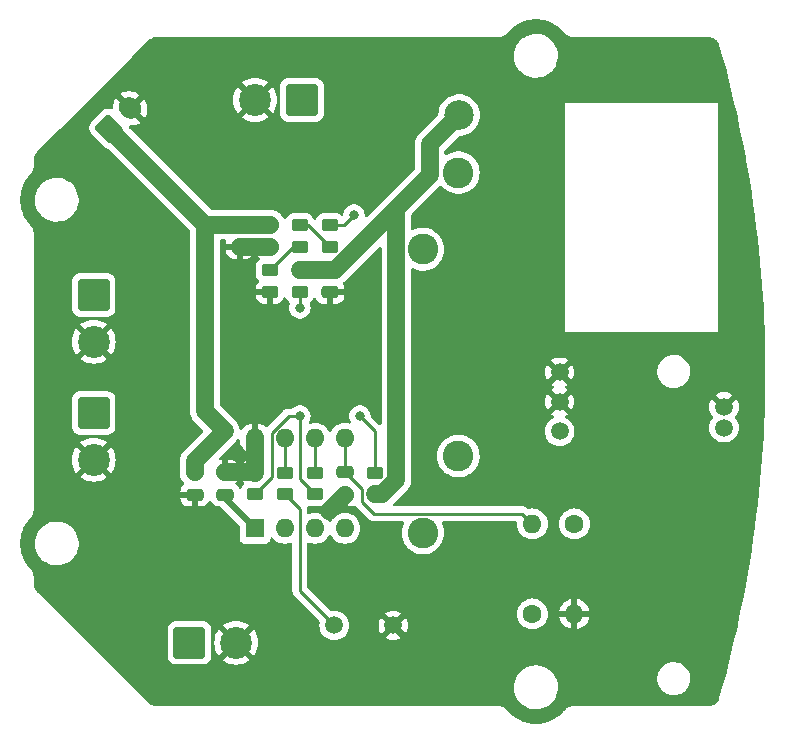
<source format=gbr>
%TF.GenerationSoftware,KiCad,Pcbnew,7.0.6*%
%TF.CreationDate,2023-11-19T20:23:39+09:00*%
%TF.ProjectId,PowerSupply_20230505,506f7765-7253-4757-9070-6c795f323032,rev?*%
%TF.SameCoordinates,Original*%
%TF.FileFunction,Copper,L2,Bot*%
%TF.FilePolarity,Positive*%
%FSLAX46Y46*%
G04 Gerber Fmt 4.6, Leading zero omitted, Abs format (unit mm)*
G04 Created by KiCad (PCBNEW 7.0.6) date 2023-11-19 20:23:39*
%MOMM*%
%LPD*%
G01*
G04 APERTURE LIST*
G04 Aperture macros list*
%AMRoundRect*
0 Rectangle with rounded corners*
0 $1 Rounding radius*
0 $2 $3 $4 $5 $6 $7 $8 $9 X,Y pos of 4 corners*
0 Add a 4 corners polygon primitive as box body*
4,1,4,$2,$3,$4,$5,$6,$7,$8,$9,$2,$3,0*
0 Add four circle primitives for the rounded corners*
1,1,$1+$1,$2,$3*
1,1,$1+$1,$4,$5*
1,1,$1+$1,$6,$7*
1,1,$1+$1,$8,$9*
0 Add four rect primitives between the rounded corners*
20,1,$1+$1,$2,$3,$4,$5,0*
20,1,$1+$1,$4,$5,$6,$7,0*
20,1,$1+$1,$6,$7,$8,$9,0*
20,1,$1+$1,$8,$9,$2,$3,0*%
%AMHorizOval*
0 Thick line with rounded ends*
0 $1 width*
0 $2 $3 position (X,Y) of the first rounded end (center of the circle)*
0 $4 $5 position (X,Y) of the second rounded end (center of the circle)*
0 Add line between two ends*
20,1,$1,$2,$3,$4,$5,0*
0 Add two circle primitives to create the rounded ends*
1,1,$1,$2,$3*
1,1,$1,$4,$5*%
G04 Aperture macros list end*
%TA.AperFunction,ComponentPad*%
%ADD10RoundRect,0.250001X1.099999X1.099999X-1.099999X1.099999X-1.099999X-1.099999X1.099999X-1.099999X0*%
%TD*%
%TA.AperFunction,ComponentPad*%
%ADD11C,2.700000*%
%TD*%
%TA.AperFunction,ComponentPad*%
%ADD12C,1.500000*%
%TD*%
%TA.AperFunction,ComponentPad*%
%ADD13RoundRect,0.250001X-1.099999X1.099999X-1.099999X-1.099999X1.099999X-1.099999X1.099999X1.099999X0*%
%TD*%
%TA.AperFunction,ComponentPad*%
%ADD14C,1.600000*%
%TD*%
%TA.AperFunction,ComponentPad*%
%ADD15O,1.600000X1.600000*%
%TD*%
%TA.AperFunction,ComponentPad*%
%ADD16C,2.600000*%
%TD*%
%TA.AperFunction,ComponentPad*%
%ADD17RoundRect,0.250000X0.106066X-0.954594X0.954594X-0.106066X-0.106066X0.954594X-0.954594X0.106066X0*%
%TD*%
%TA.AperFunction,ComponentPad*%
%ADD18HorizOval,1.700000X-0.106066X0.106066X0.106066X-0.106066X0*%
%TD*%
%TA.AperFunction,ComponentPad*%
%ADD19RoundRect,0.250001X-1.099999X-1.099999X1.099999X-1.099999X1.099999X1.099999X-1.099999X1.099999X0*%
%TD*%
%TA.AperFunction,ComponentPad*%
%ADD20R,1.600000X1.600000*%
%TD*%
%TA.AperFunction,SMDPad,CuDef*%
%ADD21RoundRect,0.250000X-0.475000X0.250000X-0.475000X-0.250000X0.475000X-0.250000X0.475000X0.250000X0*%
%TD*%
%TA.AperFunction,SMDPad,CuDef*%
%ADD22RoundRect,0.250000X0.450000X-0.262500X0.450000X0.262500X-0.450000X0.262500X-0.450000X-0.262500X0*%
%TD*%
%TA.AperFunction,SMDPad,CuDef*%
%ADD23RoundRect,0.250000X-0.450000X0.262500X-0.450000X-0.262500X0.450000X-0.262500X0.450000X0.262500X0*%
%TD*%
%TA.AperFunction,ViaPad*%
%ADD24C,0.800000*%
%TD*%
%TA.AperFunction,ViaPad*%
%ADD25C,2.500000*%
%TD*%
%TA.AperFunction,Conductor*%
%ADD26C,1.500000*%
%TD*%
%TA.AperFunction,Conductor*%
%ADD27C,0.250000*%
%TD*%
%TA.AperFunction,Conductor*%
%ADD28C,0.500000*%
%TD*%
G04 APERTURE END LIST*
D10*
%TO.P,J5,1,Pin_1*%
%TO.N,Vin*%
X80184180Y-83732264D03*
D11*
%TO.P,J5,2,Pin_2*%
%TO.N,GND*%
X76224180Y-83732264D03*
%TD*%
D12*
%TO.P,MES1,1,-*%
%TO.N,GND*%
X115926680Y-109732264D03*
%TO.P,MES1,2,+*%
%TO.N,Vin*%
X115926680Y-111482264D03*
%TD*%
D13*
%TO.P,J2,1,Pin_1*%
%TO.N,Vin*%
X62550000Y-110242500D03*
D11*
%TO.P,J2,2,Pin_2*%
%TO.N,GND*%
X62550000Y-114202500D03*
%TD*%
D14*
%TO.P,10K,1*%
%TO.N,Net-(U3-GP2)*%
X103251000Y-119634000D03*
D15*
%TO.P,10K,2*%
%TO.N,GND*%
X103251000Y-127254000D03*
%TD*%
D12*
%TO.P,BZ1,1,-*%
%TO.N,Net-(BZ1--)*%
X82926680Y-128232264D03*
%TO.P,BZ1,2,+*%
%TO.N,GND*%
X87926680Y-128232264D03*
%TD*%
D13*
%TO.P,J4,1,Pin_1*%
%TO.N,Vin*%
X62550000Y-100242500D03*
D11*
%TO.P,J4,2,Pin_2*%
%TO.N,GND*%
X62550000Y-104202500D03*
%TD*%
D16*
%TO.P,F1,1*%
%TO.N,V_raw*%
X90426680Y-120382264D03*
X93426680Y-113882264D03*
%TO.P,F1,2*%
%TO.N,Net-(SW1A-A)*%
X90426680Y-96382264D03*
X93426680Y-89882264D03*
%TD*%
D14*
%TO.P,30K,1*%
%TO.N,V_raw2*%
X99695000Y-127254000D03*
D15*
%TO.P,30K,2*%
%TO.N,Net-(U3-GP2)*%
X99695000Y-119634000D03*
%TD*%
D12*
%TO.P,SW2,1,A*%
%TO.N,Net-(SW2A-A)*%
X102000000Y-111800000D03*
%TO.P,SW2,2,B*%
%TO.N,GND*%
X102000000Y-109300000D03*
%TO.P,SW2,3,C*%
X102000000Y-106800000D03*
%TD*%
D17*
%TO.P,J3,1,Pin_1*%
%TO.N,+5V*%
X63882586Y-86206079D03*
D18*
%TO.P,J3,2,Pin_2*%
%TO.N,GND*%
X65650353Y-84438312D03*
%TD*%
D19*
%TO.P,J1,1,Pin_1*%
%TO.N,V_raw*%
X70666680Y-129682264D03*
D11*
%TO.P,J1,2,Pin_2*%
%TO.N,GND*%
X74626680Y-129682264D03*
%TD*%
D20*
%TO.P,\u25CF,1,VDD*%
%TO.N,Net-(U2-Vout)*%
X76210000Y-120005000D03*
D15*
%TO.P,\u25CF,2,GP5*%
%TO.N,unconnected-(U3-GP5-Pad2)*%
X78750000Y-120005000D03*
%TO.P,\u25CF,3,GP4*%
%TO.N,unconnected-(U3-GP4-Pad3)*%
X81290000Y-120005000D03*
%TO.P,\u25CF,4,GP3*%
%TO.N,unconnected-(U3-GP3-Pad4)*%
X83830000Y-120005000D03*
%TO.P,\u25CF,5,GP2*%
%TO.N,Net-(U3-GP2)*%
X83830000Y-112385000D03*
%TO.P,\u25CF,6,GP1*%
%TO.N,V_control*%
X81290000Y-112385000D03*
%TO.P,\u25CF,7,GP0*%
%TO.N,Net-(U3-GP0)*%
X78750000Y-112385000D03*
%TO.P,\u25CF,8,VSS*%
%TO.N,GND*%
X76210000Y-112385000D03*
%TD*%
D21*
%TO.P,C5,1*%
%TO.N,Net-(U3-GP2)*%
X83830000Y-115245000D03*
%TO.P,C5,2*%
%TO.N,GND*%
X83830000Y-117145000D03*
%TD*%
D22*
%TO.P,R7,1*%
%TO.N,Net-(R7-Pad1)*%
X80010000Y-96162500D03*
%TO.P,R7,2*%
%TO.N,Net-(R6-Pad2)*%
X80010000Y-94337500D03*
%TD*%
D21*
%TO.P,C4,1*%
%TO.N,+5V*%
X71120000Y-115255000D03*
%TO.P,C4,2*%
%TO.N,GND*%
X71120000Y-117155000D03*
%TD*%
%TO.P,C3,1*%
%TO.N,GND*%
X73670000Y-115245000D03*
%TO.P,C3,2*%
%TO.N,Net-(U2-Vout)*%
X73670000Y-117145000D03*
%TD*%
D23*
%TO.P,R8,1*%
%TO.N,Net-(R7-Pad1)*%
X77470000Y-98147500D03*
%TO.P,R8,2*%
%TO.N,GND*%
X77470000Y-99972500D03*
%TD*%
%TO.P,R4,1*%
%TO.N,V_raw2*%
X80010000Y-98147500D03*
%TO.P,R4,2*%
%TO.N,Net-(SW2A-A)*%
X80010000Y-99972500D03*
%TD*%
D21*
%TO.P,C2,1*%
%TO.N,V_raw2*%
X82550000Y-98110000D03*
%TO.P,C2,2*%
%TO.N,GND*%
X82550000Y-100010000D03*
%TD*%
D22*
%TO.P,R1,1*%
%TO.N,V_raw2*%
X86370000Y-117107500D03*
%TO.P,R1,2*%
%TO.N,Net-(Q1-G)*%
X86370000Y-115282500D03*
%TD*%
%TO.P,R2,1*%
%TO.N,Net-(Q2-G)*%
X81290000Y-117107500D03*
%TO.P,R2,2*%
%TO.N,V_control*%
X81290000Y-115282500D03*
%TD*%
%TO.P,R3,1*%
%TO.N,Net-(Q2-G)*%
X76210000Y-117107500D03*
%TO.P,R3,2*%
%TO.N,GND*%
X76210000Y-115282500D03*
%TD*%
D21*
%TO.P,C1,1*%
%TO.N,+5V*%
X77470000Y-94300000D03*
%TO.P,C1,2*%
%TO.N,GND*%
X77470000Y-96200000D03*
%TD*%
D23*
%TO.P,R9,1*%
%TO.N,Net-(U3-GP0)*%
X78750000Y-115282500D03*
%TO.P,R9,2*%
%TO.N,Net-(BZ1--)*%
X78750000Y-117107500D03*
%TD*%
D22*
%TO.P,R5,1*%
%TO.N,GND*%
X74930000Y-96162500D03*
%TO.P,R5,2*%
%TO.N,+5V*%
X74930000Y-94337500D03*
%TD*%
D23*
%TO.P,R6,1*%
%TO.N,Net-(U1-Trim)*%
X82550000Y-94337500D03*
%TO.P,R6,2*%
%TO.N,Net-(R6-Pad2)*%
X82550000Y-96162500D03*
%TD*%
D24*
%TO.N,GND*%
X77500000Y-110500000D03*
X82500000Y-110500000D03*
X82500000Y-118500000D03*
X85000000Y-100000000D03*
%TO.N,+5V*%
X73660000Y-111760000D03*
D25*
%TO.N,V_raw2*%
X93500000Y-85000000D03*
D24*
X88176680Y-115885376D03*
%TO.N,Net-(SW2A-A)*%
X80010000Y-101346000D03*
%TO.N,Net-(Q1-G)*%
X85090000Y-110490000D03*
%TO.N,Net-(U1-Trim)*%
X84590000Y-93472000D03*
%TO.N,Net-(Q2-G)*%
X80010000Y-110490000D03*
%TD*%
D26*
%TO.N,GND*%
X76210000Y-115282500D02*
X76210000Y-112385000D01*
X83830000Y-117170000D02*
X82500000Y-118500000D01*
X73670000Y-115245000D02*
X76172500Y-115245000D01*
X74930000Y-96162500D02*
X77432500Y-96162500D01*
X83830000Y-117145000D02*
X83830000Y-117170000D01*
X77432500Y-96162500D02*
X77470000Y-96200000D01*
X76172500Y-115245000D02*
X76210000Y-115282500D01*
%TO.N,+5V*%
X71976507Y-94300000D02*
X63882586Y-86206079D01*
X71120000Y-114300000D02*
X73660000Y-111760000D01*
X71976507Y-110076507D02*
X73660000Y-111760000D01*
X77470000Y-94300000D02*
X74967500Y-94300000D01*
X71120000Y-115255000D02*
X71120000Y-114300000D01*
X71976507Y-94300000D02*
X71976507Y-110076507D01*
X74967500Y-94300000D02*
X74930000Y-94337500D01*
X77470000Y-94300000D02*
X71976507Y-94300000D01*
%TO.N,V_raw2*%
X88176680Y-92945376D02*
X91000000Y-90122056D01*
X82512500Y-98147500D02*
X82550000Y-98110000D01*
X83012056Y-98110000D02*
X91000000Y-90122056D01*
X82550000Y-98110000D02*
X83012056Y-98110000D01*
X88176680Y-115885376D02*
X88176680Y-92945376D01*
X91000000Y-90122056D02*
X91000000Y-87500000D01*
X86954556Y-117107500D02*
X88176680Y-115885376D01*
X86370000Y-117107500D02*
X86954556Y-117107500D01*
X80010000Y-98147500D02*
X82512500Y-98147500D01*
X91000000Y-87500000D02*
X93500000Y-85000000D01*
D27*
%TO.N,Net-(SW2A-A)*%
X80010000Y-99972500D02*
X80010000Y-101346000D01*
%TO.N,Net-(Q1-G)*%
X85090000Y-110490000D02*
X86370000Y-111770000D01*
X86370000Y-111770000D02*
X86370000Y-115282500D01*
%TO.N,Net-(U1-Trim)*%
X83724500Y-94337500D02*
X84590000Y-93472000D01*
X82550000Y-94337500D02*
X83724500Y-94337500D01*
%TO.N,Net-(BZ1--)*%
X80010000Y-125315584D02*
X82926680Y-128232264D01*
X78750000Y-117107500D02*
X80010000Y-118367500D01*
X80010000Y-118367500D02*
X80010000Y-125315584D01*
%TO.N,V_control*%
X81290000Y-115282500D02*
X81290000Y-112385000D01*
D28*
%TO.N,Net-(U2-Vout)*%
X73670000Y-117145000D02*
X73670000Y-117465000D01*
X73670000Y-117465000D02*
X76210000Y-120005000D01*
D27*
%TO.N,Net-(U3-GP2)*%
X85295000Y-116710000D02*
X83830000Y-115245000D01*
X86257264Y-118757264D02*
X85295000Y-117795000D01*
X83830000Y-115245000D02*
X83830000Y-112385000D01*
X98818264Y-118757264D02*
X86257264Y-118757264D01*
X99695000Y-119634000D02*
X98818264Y-118757264D01*
X85295000Y-117795000D02*
X85295000Y-116710000D01*
%TO.N,Net-(Q2-G)*%
X77625000Y-111919009D02*
X79054009Y-110490000D01*
X79054009Y-110490000D02*
X80010000Y-110490000D01*
X77625000Y-115692500D02*
X77625000Y-111919009D01*
X76210000Y-117107500D02*
X77625000Y-115692500D01*
X80010000Y-110490000D02*
X80010000Y-115827500D01*
X80010000Y-115827500D02*
X81290000Y-117107500D01*
%TO.N,Net-(R6-Pad2)*%
X80010000Y-94337500D02*
X80725000Y-94337500D01*
X80725000Y-94337500D02*
X82550000Y-96162500D01*
%TO.N,Net-(R7-Pad1)*%
X80010000Y-96162500D02*
X79455000Y-96162500D01*
X79455000Y-96162500D02*
X77470000Y-98147500D01*
%TO.N,Net-(U3-GP0)*%
X78750000Y-115282500D02*
X78750000Y-112385000D01*
%TD*%
%TA.AperFunction,Conductor*%
%TO.N,GND*%
G36*
X75011975Y-115757639D02*
G01*
X75057314Y-115810801D01*
X75061824Y-115822421D01*
X75075641Y-115864119D01*
X75075643Y-115864124D01*
X75167684Y-116013345D01*
X75261304Y-116106965D01*
X75294789Y-116168288D01*
X75289805Y-116237980D01*
X75261305Y-116282327D01*
X75167287Y-116376345D01*
X75075187Y-116525663D01*
X75075186Y-116525666D01*
X75061747Y-116566223D01*
X75021973Y-116623668D01*
X74957457Y-116650490D01*
X74888682Y-116638174D01*
X74837482Y-116590631D01*
X74831658Y-116579621D01*
X74829814Y-116575667D01*
X74829814Y-116575666D01*
X74737712Y-116426344D01*
X74613656Y-116302288D01*
X74610342Y-116300243D01*
X74608546Y-116298248D01*
X74607989Y-116297807D01*
X74608064Y-116297711D01*
X74563618Y-116248297D01*
X74552397Y-116179334D01*
X74580240Y-116115252D01*
X74610348Y-116089165D01*
X74613342Y-116087318D01*
X74737315Y-115963345D01*
X74829357Y-115814121D01*
X74831732Y-115809029D01*
X74877900Y-115756586D01*
X74945092Y-115737429D01*
X75011975Y-115757639D01*
G37*
%TD.AperFunction*%
%TA.AperFunction,Conductor*%
G36*
X74878932Y-112453987D02*
G01*
X74914656Y-112514033D01*
X74918072Y-112534034D01*
X74924858Y-112611600D01*
X74924860Y-112611610D01*
X74983730Y-112831317D01*
X74983734Y-112831326D01*
X75079865Y-113037482D01*
X75210342Y-113223820D01*
X75371179Y-113384657D01*
X75557517Y-113515134D01*
X75763673Y-113611265D01*
X75763682Y-113611269D01*
X75959999Y-113663872D01*
X75960000Y-113663871D01*
X75960000Y-112700686D01*
X75971955Y-112712641D01*
X76084852Y-112770165D01*
X76178519Y-112785000D01*
X76241481Y-112785000D01*
X76335148Y-112770165D01*
X76448045Y-112712641D01*
X76460000Y-112700686D01*
X76460000Y-113663872D01*
X76656317Y-113611269D01*
X76656326Y-113611266D01*
X76823095Y-113533500D01*
X76892172Y-113523008D01*
X76955956Y-113551528D01*
X76994196Y-113610004D01*
X76999500Y-113645882D01*
X76999500Y-114170674D01*
X76979815Y-114237713D01*
X76927011Y-114283468D01*
X76857853Y-114293412D01*
X76836499Y-114288381D01*
X76812699Y-114280495D01*
X76812690Y-114280493D01*
X76709986Y-114270000D01*
X76460000Y-114270000D01*
X76460000Y-115408500D01*
X76440315Y-115475539D01*
X76387511Y-115521294D01*
X76336000Y-115532500D01*
X76084000Y-115532500D01*
X76016961Y-115512815D01*
X75971206Y-115460011D01*
X75960000Y-115408500D01*
X75960000Y-114270000D01*
X75710029Y-114270000D01*
X75710012Y-114270001D01*
X75607302Y-114280494D01*
X75440880Y-114335641D01*
X75440875Y-114335643D01*
X75291654Y-114427684D01*
X75167684Y-114551654D01*
X75075643Y-114700875D01*
X75075638Y-114700886D01*
X75074347Y-114704785D01*
X75072736Y-114707111D01*
X75072592Y-114707421D01*
X75072539Y-114707396D01*
X75034574Y-114762230D01*
X74970058Y-114789052D01*
X74901282Y-114776736D01*
X74850083Y-114729193D01*
X74838936Y-114704784D01*
X74829358Y-114675880D01*
X74829356Y-114675875D01*
X74737315Y-114526654D01*
X74613345Y-114402684D01*
X74464124Y-114310643D01*
X74464119Y-114310641D01*
X74297697Y-114255494D01*
X74297690Y-114255493D01*
X74194986Y-114245000D01*
X73920000Y-114245000D01*
X73920000Y-115371000D01*
X73900315Y-115438039D01*
X73847511Y-115483794D01*
X73796000Y-115495000D01*
X73544000Y-115495000D01*
X73476961Y-115475315D01*
X73431206Y-115422511D01*
X73420000Y-115371000D01*
X73420000Y-114245000D01*
X73242833Y-114245000D01*
X73175794Y-114225315D01*
X73130039Y-114172511D01*
X73120095Y-114103353D01*
X73149120Y-114039797D01*
X73155124Y-114033348D01*
X74523417Y-112665055D01*
X74525390Y-112663168D01*
X74586749Y-112607086D01*
X74637105Y-112540949D01*
X74638831Y-112538786D01*
X74656369Y-112517779D01*
X74692068Y-112475019D01*
X74692078Y-112475001D01*
X74692604Y-112474243D01*
X74692944Y-112473967D01*
X74695637Y-112470743D01*
X74696276Y-112471276D01*
X74746955Y-112430337D01*
X74816415Y-112422786D01*
X74878932Y-112453987D01*
G37*
%TD.AperFunction*%
%TA.AperFunction,Conductor*%
G36*
X73701028Y-95570185D02*
G01*
X73746783Y-95622989D01*
X73756727Y-95692147D01*
X73751695Y-95713505D01*
X73740494Y-95747305D01*
X73740493Y-95747309D01*
X73730000Y-95850013D01*
X73730000Y-95850026D01*
X73729999Y-95912499D01*
X73730000Y-95912500D01*
X75056000Y-95912500D01*
X75123039Y-95932185D01*
X75168794Y-95984989D01*
X75180000Y-96036500D01*
X75180000Y-97174999D01*
X75429972Y-97174999D01*
X75429986Y-97174998D01*
X75532697Y-97164505D01*
X75699119Y-97109358D01*
X75699124Y-97109356D01*
X75848345Y-97017315D01*
X75972315Y-96893345D01*
X76064355Y-96744124D01*
X76065647Y-96740227D01*
X76067259Y-96737897D01*
X76067408Y-96737579D01*
X76067462Y-96737604D01*
X76105414Y-96682778D01*
X76169927Y-96655948D01*
X76238704Y-96668256D01*
X76289909Y-96715794D01*
X76301062Y-96740213D01*
X76310640Y-96769115D01*
X76310643Y-96769124D01*
X76402684Y-96918345D01*
X76526654Y-97042315D01*
X76570528Y-97069377D01*
X76617252Y-97121325D01*
X76628475Y-97190288D01*
X76600631Y-97254370D01*
X76570530Y-97280453D01*
X76551346Y-97292285D01*
X76427289Y-97416342D01*
X76335187Y-97565663D01*
X76335185Y-97565666D01*
X76335186Y-97565666D01*
X76280001Y-97732203D01*
X76280001Y-97732204D01*
X76280000Y-97732204D01*
X76269500Y-97834983D01*
X76269500Y-98460001D01*
X76269501Y-98460019D01*
X76280000Y-98562796D01*
X76280001Y-98562799D01*
X76309616Y-98652169D01*
X76335186Y-98729334D01*
X76393060Y-98823164D01*
X76427289Y-98878657D01*
X76521304Y-98972672D01*
X76554789Y-99033995D01*
X76549805Y-99103687D01*
X76521305Y-99148034D01*
X76427682Y-99241657D01*
X76335643Y-99390875D01*
X76335641Y-99390880D01*
X76280494Y-99557302D01*
X76280493Y-99557309D01*
X76270000Y-99660013D01*
X76270000Y-99722500D01*
X77596000Y-99722500D01*
X77663039Y-99742185D01*
X77708794Y-99794989D01*
X77720000Y-99846500D01*
X77720000Y-100984999D01*
X77969972Y-100984999D01*
X77969986Y-100984998D01*
X78072697Y-100974505D01*
X78239119Y-100919358D01*
X78239124Y-100919356D01*
X78388345Y-100827315D01*
X78512315Y-100703345D01*
X78604356Y-100554124D01*
X78604356Y-100554122D01*
X78622029Y-100500789D01*
X78661801Y-100443343D01*
X78726317Y-100416519D01*
X78795093Y-100428833D01*
X78846293Y-100476375D01*
X78857441Y-100500785D01*
X78875116Y-100554124D01*
X78875186Y-100554333D01*
X78875187Y-100554336D01*
X78910069Y-100610888D01*
X78967096Y-100703345D01*
X78967289Y-100703657D01*
X79091344Y-100827712D01*
X79125198Y-100848593D01*
X79171923Y-100900540D01*
X79183146Y-100969503D01*
X79178033Y-100992450D01*
X79124327Y-101157740D01*
X79124326Y-101157744D01*
X79104540Y-101346000D01*
X79124326Y-101534256D01*
X79124327Y-101534259D01*
X79182818Y-101714277D01*
X79182821Y-101714284D01*
X79277467Y-101878216D01*
X79404128Y-102018888D01*
X79404129Y-102018888D01*
X79557265Y-102130148D01*
X79557270Y-102130151D01*
X79730192Y-102207142D01*
X79730197Y-102207144D01*
X79915354Y-102246500D01*
X79915355Y-102246500D01*
X80104644Y-102246500D01*
X80104646Y-102246500D01*
X80289803Y-102207144D01*
X80462730Y-102130151D01*
X80615871Y-102018888D01*
X80742533Y-101878216D01*
X80837179Y-101714284D01*
X80895674Y-101534256D01*
X80915460Y-101346000D01*
X80895674Y-101157744D01*
X80841965Y-100992448D01*
X80839971Y-100922609D01*
X80876051Y-100862776D01*
X80894802Y-100848593D01*
X80928656Y-100827712D01*
X81052712Y-100703656D01*
X81144814Y-100554334D01*
X81145913Y-100551016D01*
X81147281Y-100549039D01*
X81147864Y-100547791D01*
X81148077Y-100547890D01*
X81185678Y-100493572D01*
X81250192Y-100466743D01*
X81318969Y-100479052D01*
X81370173Y-100526591D01*
X81381325Y-100551007D01*
X81390640Y-100579117D01*
X81390643Y-100579124D01*
X81482684Y-100728345D01*
X81606654Y-100852315D01*
X81755875Y-100944356D01*
X81755880Y-100944358D01*
X81922302Y-100999505D01*
X81922309Y-100999506D01*
X82025019Y-101009999D01*
X82299999Y-101009999D01*
X82300000Y-101009998D01*
X82300000Y-100260000D01*
X82800000Y-100260000D01*
X82800000Y-101009999D01*
X83074972Y-101009999D01*
X83074986Y-101009998D01*
X83177697Y-100999505D01*
X83344119Y-100944358D01*
X83344124Y-100944356D01*
X83493345Y-100852315D01*
X83617315Y-100728345D01*
X83709356Y-100579124D01*
X83709358Y-100579119D01*
X83764505Y-100412697D01*
X83764506Y-100412690D01*
X83774999Y-100309986D01*
X83775000Y-100309973D01*
X83775000Y-100260000D01*
X82800000Y-100260000D01*
X82300000Y-100260000D01*
X82300000Y-99884000D01*
X82319685Y-99816961D01*
X82372489Y-99771206D01*
X82424000Y-99760000D01*
X83774999Y-99760000D01*
X83774999Y-99710028D01*
X83774998Y-99710013D01*
X83764505Y-99607302D01*
X83709358Y-99440880D01*
X83709356Y-99440875D01*
X83645423Y-99337224D01*
X83626983Y-99269832D01*
X83647905Y-99203168D01*
X83678073Y-99171812D01*
X83735732Y-99129921D01*
X83816710Y-99073820D01*
X83819799Y-99070730D01*
X83834601Y-99058088D01*
X83838134Y-99055522D01*
X83906209Y-98984320D01*
X86714501Y-96176028D01*
X86775822Y-96142545D01*
X86845514Y-96147529D01*
X86901447Y-96189401D01*
X86925864Y-96254865D01*
X86926180Y-96263711D01*
X86926180Y-111142226D01*
X86906495Y-111209265D01*
X86853691Y-111255020D01*
X86784533Y-111264964D01*
X86720977Y-111235939D01*
X86714499Y-111229907D01*
X86028960Y-110544369D01*
X85995475Y-110483046D01*
X85993323Y-110469668D01*
X85975674Y-110301744D01*
X85917179Y-110121716D01*
X85822533Y-109957784D01*
X85695871Y-109817112D01*
X85695870Y-109817111D01*
X85542734Y-109705851D01*
X85542729Y-109705848D01*
X85369807Y-109628857D01*
X85369802Y-109628855D01*
X85224000Y-109597865D01*
X85184646Y-109589500D01*
X84995354Y-109589500D01*
X84962897Y-109596398D01*
X84810197Y-109628855D01*
X84810192Y-109628857D01*
X84637270Y-109705848D01*
X84637265Y-109705851D01*
X84484129Y-109817111D01*
X84357466Y-109957785D01*
X84262821Y-110121715D01*
X84262818Y-110121722D01*
X84204667Y-110300695D01*
X84204326Y-110301744D01*
X84184540Y-110490000D01*
X84204326Y-110678256D01*
X84204327Y-110678259D01*
X84262818Y-110858277D01*
X84262819Y-110858279D01*
X84262821Y-110858284D01*
X84286355Y-110899046D01*
X84315525Y-110949571D01*
X84331996Y-111017471D01*
X84309144Y-111083498D01*
X84254222Y-111126688D01*
X84184669Y-111133329D01*
X84176044Y-111131345D01*
X84056697Y-111099366D01*
X84056693Y-111099365D01*
X84056692Y-111099365D01*
X84056691Y-111099364D01*
X84056686Y-111099364D01*
X83830002Y-111079532D01*
X83829998Y-111079532D01*
X83603313Y-111099364D01*
X83603302Y-111099366D01*
X83383511Y-111158258D01*
X83383502Y-111158261D01*
X83177267Y-111254431D01*
X83177265Y-111254432D01*
X82990858Y-111384954D01*
X82829954Y-111545858D01*
X82699432Y-111732265D01*
X82699431Y-111732267D01*
X82672382Y-111790275D01*
X82626209Y-111842714D01*
X82559016Y-111861866D01*
X82492135Y-111841650D01*
X82447618Y-111790275D01*
X82446638Y-111788173D01*
X82420568Y-111732266D01*
X82310124Y-111574534D01*
X82290045Y-111545858D01*
X82129141Y-111384954D01*
X81942734Y-111254432D01*
X81942732Y-111254431D01*
X81736497Y-111158261D01*
X81736488Y-111158258D01*
X81516697Y-111099366D01*
X81516693Y-111099365D01*
X81516692Y-111099365D01*
X81516691Y-111099364D01*
X81516686Y-111099364D01*
X81290002Y-111079532D01*
X81289998Y-111079532D01*
X81063313Y-111099364D01*
X81063299Y-111099367D01*
X80920293Y-111137684D01*
X80850443Y-111136021D01*
X80792581Y-111096858D01*
X80765078Y-111032629D01*
X80776665Y-110963727D01*
X80780792Y-110955947D01*
X80837179Y-110858284D01*
X80895674Y-110678256D01*
X80915460Y-110490000D01*
X80895674Y-110301744D01*
X80837179Y-110121716D01*
X80742533Y-109957784D01*
X80615871Y-109817112D01*
X80615870Y-109817111D01*
X80462734Y-109705851D01*
X80462729Y-109705848D01*
X80289807Y-109628857D01*
X80289802Y-109628855D01*
X80144001Y-109597865D01*
X80104646Y-109589500D01*
X79915354Y-109589500D01*
X79882897Y-109596398D01*
X79730197Y-109628855D01*
X79730192Y-109628857D01*
X79557270Y-109705848D01*
X79557265Y-109705851D01*
X79404130Y-109817110D01*
X79404126Y-109817114D01*
X79398400Y-109823474D01*
X79338913Y-109860121D01*
X79306252Y-109864500D01*
X79136752Y-109864500D01*
X79121131Y-109862775D01*
X79121105Y-109863061D01*
X79113343Y-109862327D01*
X79113342Y-109862327D01*
X79044195Y-109864500D01*
X79014658Y-109864500D01*
X79007775Y-109865369D01*
X79001958Y-109865826D01*
X78955382Y-109867290D01*
X78936138Y-109872881D01*
X78917088Y-109876825D01*
X78897220Y-109879334D01*
X78853893Y-109896488D01*
X78848367Y-109898379D01*
X78803623Y-109911379D01*
X78803619Y-109911381D01*
X78786375Y-109921579D01*
X78768914Y-109930133D01*
X78750283Y-109937510D01*
X78750271Y-109937517D01*
X78712579Y-109964902D01*
X78707696Y-109968109D01*
X78667589Y-109991829D01*
X78653423Y-110005995D01*
X78638633Y-110018627D01*
X78622423Y-110030404D01*
X78622420Y-110030407D01*
X78592719Y-110066309D01*
X78588786Y-110070631D01*
X77249128Y-111410288D01*
X77187805Y-111443773D01*
X77118113Y-111438789D01*
X77073766Y-111410288D01*
X77048820Y-111385342D01*
X76862482Y-111254865D01*
X76656328Y-111158734D01*
X76460000Y-111106127D01*
X76460000Y-112069313D01*
X76448045Y-112057359D01*
X76335148Y-111999835D01*
X76241481Y-111985000D01*
X76178519Y-111985000D01*
X76084852Y-111999835D01*
X75971955Y-112057359D01*
X75960000Y-112069314D01*
X75960000Y-111106127D01*
X75763671Y-111158734D01*
X75557517Y-111254865D01*
X75371179Y-111385342D01*
X75210341Y-111546180D01*
X75129797Y-111661207D01*
X75075220Y-111704831D01*
X75005721Y-111712023D01*
X74943367Y-111680500D01*
X74907954Y-111620270D01*
X74906750Y-111614986D01*
X74902834Y-111595864D01*
X74901715Y-111587602D01*
X74900097Y-111563588D01*
X74879784Y-111482978D01*
X74879180Y-111480332D01*
X74862508Y-111398904D01*
X74853551Y-111376577D01*
X74850974Y-111368649D01*
X74845096Y-111345317D01*
X74810723Y-111269645D01*
X74809659Y-111267155D01*
X74778707Y-111189991D01*
X74765902Y-111169613D01*
X74761956Y-111162279D01*
X74752007Y-111140375D01*
X74704679Y-111072061D01*
X74703163Y-111069764D01*
X74658949Y-110999398D01*
X74642716Y-110981639D01*
X74637523Y-110975126D01*
X74623820Y-110955346D01*
X74565058Y-110896584D01*
X74563135Y-110894573D01*
X74507082Y-110833249D01*
X74487953Y-110818685D01*
X74481670Y-110813196D01*
X73579853Y-109911379D01*
X73263326Y-109594851D01*
X73229841Y-109533528D01*
X73227007Y-109507170D01*
X73227007Y-100222500D01*
X76270001Y-100222500D01*
X76270001Y-100284986D01*
X76280494Y-100387697D01*
X76335641Y-100554119D01*
X76335643Y-100554124D01*
X76427684Y-100703345D01*
X76551654Y-100827315D01*
X76700875Y-100919356D01*
X76700880Y-100919358D01*
X76867302Y-100974505D01*
X76867309Y-100974506D01*
X76970019Y-100984999D01*
X77219999Y-100984999D01*
X77220000Y-100984998D01*
X77220000Y-100222500D01*
X76270001Y-100222500D01*
X73227007Y-100222500D01*
X73227007Y-96412500D01*
X73730001Y-96412500D01*
X73730001Y-96474986D01*
X73740494Y-96577697D01*
X73795641Y-96744119D01*
X73795643Y-96744124D01*
X73887684Y-96893345D01*
X74011654Y-97017315D01*
X74160875Y-97109356D01*
X74160880Y-97109358D01*
X74327302Y-97164505D01*
X74327309Y-97164506D01*
X74430019Y-97174999D01*
X74679999Y-97174999D01*
X74680000Y-97174998D01*
X74680000Y-96412500D01*
X73730001Y-96412500D01*
X73227007Y-96412500D01*
X73227007Y-95674500D01*
X73246692Y-95607461D01*
X73299496Y-95561706D01*
X73351007Y-95550500D01*
X73633989Y-95550500D01*
X73701028Y-95570185D01*
G37*
%TD.AperFunction*%
%TA.AperFunction,Conductor*%
G36*
X100086373Y-76904768D02*
G01*
X100107671Y-76905943D01*
X100245062Y-76913525D01*
X100247990Y-76913759D01*
X100406197Y-76930237D01*
X100413046Y-76930951D01*
X100416832Y-76931464D01*
X100500677Y-76945459D01*
X100574883Y-76957846D01*
X100738456Y-76992294D01*
X100742509Y-76993292D01*
X100896663Y-77036898D01*
X101055500Y-77088013D01*
X101059800Y-77089576D01*
X101179882Y-77138367D01*
X101208199Y-77149873D01*
X101229078Y-77159075D01*
X101360530Y-77217011D01*
X101365025Y-77219213D01*
X101505966Y-77295516D01*
X101650091Y-77377828D01*
X101650093Y-77377829D01*
X101654672Y-77380716D01*
X101724797Y-77429360D01*
X101786753Y-77472339D01*
X101839653Y-77510319D01*
X101920910Y-77568660D01*
X101925452Y-77572256D01*
X102012561Y-77648155D01*
X102047647Y-77678727D01*
X102169822Y-77787289D01*
X102174269Y-77791659D01*
X102289092Y-77916459D01*
X102328650Y-77959735D01*
X102335265Y-77973259D01*
X102386079Y-78022717D01*
X102388592Y-78025311D01*
X102390354Y-78027238D01*
X102392078Y-78029125D01*
X102394159Y-78031523D01*
X102436118Y-78082455D01*
X102436238Y-78082548D01*
X102449424Y-78098539D01*
X102506463Y-78147143D01*
X102516092Y-78161857D01*
X102535370Y-78173712D01*
X102550829Y-78184948D01*
X102584117Y-78213314D01*
X102679088Y-78268868D01*
X102692209Y-78282786D01*
X102706382Y-78287654D01*
X102728715Y-78297898D01*
X102736864Y-78302665D01*
X102745703Y-78305920D01*
X102745722Y-78305927D01*
X102767823Y-78316661D01*
X102773638Y-78320237D01*
X102799671Y-78325794D01*
X102902923Y-78363819D01*
X102945978Y-78371494D01*
X102964484Y-78376291D01*
X102978667Y-78381161D01*
X103003372Y-78381725D01*
X103077138Y-78394876D01*
X103140913Y-78394934D01*
X103141030Y-78394958D01*
X103165520Y-78394958D01*
X103165619Y-78394958D01*
X103166119Y-78394958D01*
X103166710Y-78394958D01*
X103173537Y-78395335D01*
X103221143Y-78400605D01*
X103255142Y-78394958D01*
X114574458Y-78394958D01*
X114580171Y-78395222D01*
X114588938Y-78396032D01*
X114609438Y-78397928D01*
X114763565Y-78414585D01*
X114784103Y-78418581D01*
X114784163Y-78418598D01*
X114848078Y-78436745D01*
X114850740Y-78437569D01*
X114935234Y-78465828D01*
X114961094Y-78474478D01*
X114969016Y-78477751D01*
X115040076Y-78513053D01*
X115044216Y-78515313D01*
X115138194Y-78571381D01*
X115143699Y-78575081D01*
X115200835Y-78618112D01*
X115208426Y-78623829D01*
X115213531Y-78628122D01*
X115293337Y-78702931D01*
X115296685Y-78706320D01*
X115328027Y-78740584D01*
X115350229Y-78764857D01*
X115355553Y-78771552D01*
X115421501Y-78867423D01*
X115423049Y-78869788D01*
X115458155Y-78926228D01*
X115467669Y-78944870D01*
X115526457Y-79088954D01*
X115536776Y-79115404D01*
X115538770Y-79121397D01*
X115926199Y-80520586D01*
X116054979Y-80986292D01*
X116344186Y-82114999D01*
X116541563Y-82888639D01*
X116794592Y-83961858D01*
X116990692Y-84800078D01*
X117217364Y-85851974D01*
X117402223Y-86719994D01*
X117605727Y-87761580D01*
X117775979Y-88647563D01*
X117804241Y-88808671D01*
X117957761Y-89683829D01*
X118111823Y-90582067D01*
X118272638Y-91615610D01*
X118409617Y-92522677D01*
X118549878Y-93554834D01*
X118669274Y-94468830D01*
X118789209Y-95500182D01*
X118890669Y-96419569D01*
X118990459Y-97450728D01*
X119073731Y-98374210D01*
X119153479Y-99405452D01*
X119218388Y-100331949D01*
X119278160Y-101363414D01*
X119324594Y-102292073D01*
X119364425Y-103323716D01*
X119392313Y-104253790D01*
X119412224Y-105285579D01*
X119421525Y-106216361D01*
X119421525Y-107248166D01*
X119412224Y-108178948D01*
X119392313Y-109210737D01*
X119364425Y-110140811D01*
X119324594Y-111172454D01*
X119278160Y-112101113D01*
X119218388Y-113132578D01*
X119153479Y-114059075D01*
X119073731Y-115090317D01*
X118990459Y-116013799D01*
X118890669Y-117044958D01*
X118789209Y-117964345D01*
X118669274Y-118995697D01*
X118549878Y-119909693D01*
X118409617Y-120941850D01*
X118272638Y-121848917D01*
X118111823Y-122882460D01*
X117957761Y-123780698D01*
X117775980Y-124816959D01*
X117605727Y-125702947D01*
X117402223Y-126744533D01*
X117217364Y-127612553D01*
X116990692Y-128664449D01*
X116794592Y-129502669D01*
X116541563Y-130575888D01*
X116344186Y-131349528D01*
X116054979Y-132478235D01*
X115926199Y-132943941D01*
X115538798Y-134343029D01*
X115536807Y-134349017D01*
X115526255Y-134376072D01*
X115467662Y-134519692D01*
X115458148Y-134538334D01*
X115423142Y-134594625D01*
X115421576Y-134597019D01*
X115355551Y-134693017D01*
X115350211Y-134699733D01*
X115296764Y-134758173D01*
X115293415Y-134761563D01*
X115213508Y-134836472D01*
X115208402Y-134840767D01*
X115143780Y-134889438D01*
X115138241Y-134893160D01*
X115044187Y-134949275D01*
X115040002Y-134951558D01*
X114969074Y-134986793D01*
X114961144Y-134990070D01*
X114850638Y-135027025D01*
X114847905Y-135027869D01*
X114784161Y-135045965D01*
X114763606Y-135049962D01*
X114608456Y-135066709D01*
X114580345Y-135069307D01*
X114574637Y-135069570D01*
X103254075Y-135069570D01*
X103231074Y-135062816D01*
X103173530Y-135069193D01*
X103166696Y-135069570D01*
X103153826Y-135069570D01*
X103153444Y-135069607D01*
X103077140Y-135069677D01*
X103003361Y-135082828D01*
X102985881Y-135080911D01*
X102964475Y-135088262D01*
X102945967Y-135093059D01*
X102902938Y-135100729D01*
X102902927Y-135100732D01*
X102799674Y-135138754D01*
X102780587Y-135140038D01*
X102767821Y-135147889D01*
X102745726Y-135158619D01*
X102736874Y-135161878D01*
X102736860Y-135161885D01*
X102728719Y-135166647D01*
X102706395Y-135176885D01*
X102699934Y-135179103D01*
X102679097Y-135195672D01*
X102584121Y-135251225D01*
X102584118Y-135251227D01*
X102550840Y-135279582D01*
X102535374Y-135290823D01*
X102522599Y-135298678D01*
X102506465Y-135317391D01*
X102449433Y-135365985D01*
X102449427Y-135365991D01*
X102423013Y-135398019D01*
X102394125Y-135433046D01*
X102392069Y-135435414D01*
X102388611Y-135439197D01*
X102386092Y-135441797D01*
X102339434Y-135487204D01*
X102328655Y-135504786D01*
X102289092Y-135548068D01*
X102174269Y-135672867D01*
X102169823Y-135677237D01*
X102047647Y-135785800D01*
X101925467Y-135892259D01*
X101920894Y-135895879D01*
X101786753Y-135992188D01*
X101654686Y-136083801D01*
X101650093Y-136086697D01*
X101505990Y-136168997D01*
X101365038Y-136245306D01*
X101360523Y-136247518D01*
X101208199Y-136314654D01*
X101059830Y-136374939D01*
X101055483Y-136376519D01*
X100896671Y-136427627D01*
X100742548Y-136471224D01*
X100738448Y-136472234D01*
X100574881Y-136506681D01*
X100416831Y-136533062D01*
X100413046Y-136533575D01*
X100248024Y-136550763D01*
X100245018Y-136551002D01*
X100086372Y-136559760D01*
X100082955Y-136559854D01*
X99917045Y-136559854D01*
X99913628Y-136559760D01*
X99754980Y-136551002D01*
X99751974Y-136550763D01*
X99586952Y-136533575D01*
X99583167Y-136533062D01*
X99425118Y-136506681D01*
X99261550Y-136472234D01*
X99257450Y-136471224D01*
X99103329Y-136427627D01*
X98944515Y-136376519D01*
X98940168Y-136374939D01*
X98791800Y-136314654D01*
X98639475Y-136247518D01*
X98634960Y-136245306D01*
X98494009Y-136168997D01*
X98349905Y-136086697D01*
X98345312Y-136083801D01*
X98213246Y-135992188D01*
X98130220Y-135932579D01*
X98079094Y-135895871D01*
X98074554Y-135892277D01*
X97981342Y-135811060D01*
X97952352Y-135785800D01*
X97830176Y-135677237D01*
X97825729Y-135672867D01*
X97710907Y-135548068D01*
X97672084Y-135505596D01*
X97665392Y-135491916D01*
X97613920Y-135441811D01*
X97611395Y-135439203D01*
X97608254Y-135435766D01*
X97606194Y-135433394D01*
X97550592Y-135365975D01*
X97550586Y-135365969D01*
X97493555Y-135317376D01*
X97483924Y-135302661D01*
X97464643Y-135290805D01*
X97449179Y-135279566D01*
X97415918Y-135251226D01*
X97415892Y-135251204D01*
X97320915Y-135195651D01*
X97307792Y-135181731D01*
X97293617Y-135176864D01*
X97271284Y-135166621D01*
X97263142Y-135161858D01*
X97263135Y-135161855D01*
X97254277Y-135158593D01*
X97232182Y-135147863D01*
X97226367Y-135144287D01*
X97200330Y-135138728D01*
X97097083Y-135100708D01*
X97097080Y-135100707D01*
X97097079Y-135100707D01*
X97054024Y-135093032D01*
X97035521Y-135088236D01*
X97021338Y-135083365D01*
X96996635Y-135082801D01*
X96937750Y-135072304D01*
X96922863Y-135069651D01*
X96834480Y-135069570D01*
X96834311Y-135069570D01*
X96833218Y-135069569D01*
X96826449Y-135069192D01*
X96778854Y-135063923D01*
X96744859Y-135069570D01*
X67879626Y-135069570D01*
X67874761Y-135069379D01*
X67862149Y-135068386D01*
X67851813Y-135067572D01*
X67787091Y-135061204D01*
X67706884Y-135053310D01*
X67698471Y-135051893D01*
X67637864Y-135037341D01*
X67634340Y-135036384D01*
X67532576Y-135005512D01*
X67526844Y-135003461D01*
X67464909Y-134977805D01*
X67459405Y-134975202D01*
X67380659Y-134933109D01*
X67365603Y-134925061D01*
X67362463Y-134923261D01*
X67309285Y-134890672D01*
X67302340Y-134885729D01*
X67281813Y-134868882D01*
X67190443Y-134793891D01*
X67172098Y-134778222D01*
X67168545Y-134774937D01*
X65925899Y-133532291D01*
X98145787Y-133532291D01*
X98175413Y-133801541D01*
X98175415Y-133801552D01*
X98230709Y-134013053D01*
X98243928Y-134063616D01*
X98349870Y-134312918D01*
X98421998Y-134431103D01*
X98490979Y-134544133D01*
X98490986Y-134544143D01*
X98664253Y-134752347D01*
X98664259Y-134752352D01*
X98692438Y-134777600D01*
X98865998Y-134933110D01*
X99091910Y-135082572D01*
X99337176Y-135197548D01*
X99337183Y-135197550D01*
X99337185Y-135197551D01*
X99596557Y-135275585D01*
X99596564Y-135275586D01*
X99596569Y-135275588D01*
X99864561Y-135315028D01*
X99864566Y-135315028D01*
X100067636Y-135315028D01*
X100119133Y-135311258D01*
X100270156Y-135300205D01*
X100382758Y-135275121D01*
X100534546Y-135241310D01*
X100534548Y-135241309D01*
X100534553Y-135241308D01*
X100787558Y-135144542D01*
X101023777Y-135011969D01*
X101238177Y-134846416D01*
X101426186Y-134651409D01*
X101583799Y-134431107D01*
X101657787Y-134287197D01*
X101707649Y-134190218D01*
X101707651Y-134190212D01*
X101707656Y-134190203D01*
X101795118Y-133933833D01*
X101844319Y-133667461D01*
X101854212Y-133396763D01*
X101824586Y-133127510D01*
X101756072Y-132865440D01*
X101674128Y-132672610D01*
X110272382Y-132672610D01*
X110282499Y-132910792D01*
X110282499Y-132910796D01*
X110332725Y-133143844D01*
X110421615Y-133365052D01*
X110421616Y-133365054D01*
X110546611Y-133568059D01*
X110704116Y-133747019D01*
X110889600Y-133896787D01*
X111097726Y-134013054D01*
X111240830Y-134063616D01*
X111322509Y-134092475D01*
X111557470Y-134132763D01*
X111557478Y-134132763D01*
X111557480Y-134132764D01*
X111557481Y-134132764D01*
X111736182Y-134132764D01*
X111914216Y-134117611D01*
X111914219Y-134117610D01*
X111914221Y-134117610D01*
X112144929Y-134057539D01*
X112277653Y-133997543D01*
X112362160Y-133959344D01*
X112362161Y-133959342D01*
X112362166Y-133959341D01*
X112559683Y-133825843D01*
X112731798Y-133660885D01*
X112873559Y-133469211D01*
X112980887Y-133256338D01*
X113050696Y-133028387D01*
X113080978Y-132791918D01*
X113070860Y-132553732D01*
X113058838Y-132497952D01*
X113020634Y-132320683D01*
X112931744Y-132099474D01*
X112806749Y-131896469D01*
X112649244Y-131717509D01*
X112463760Y-131567741D01*
X112349810Y-131504084D01*
X112255635Y-131451474D01*
X112030850Y-131372052D01*
X111795889Y-131331764D01*
X111795880Y-131331764D01*
X111617183Y-131331764D01*
X111617178Y-131331764D01*
X111439143Y-131346916D01*
X111208431Y-131406988D01*
X110991199Y-131505183D01*
X110991191Y-131505188D01*
X110793686Y-131638677D01*
X110793677Y-131638685D01*
X110621561Y-131803643D01*
X110479803Y-131995314D01*
X110479800Y-131995318D01*
X110372476Y-132208184D01*
X110372473Y-132208190D01*
X110302663Y-132436142D01*
X110272382Y-132672610D01*
X101674128Y-132672610D01*
X101650130Y-132616138D01*
X101509018Y-132384918D01*
X101507845Y-132383509D01*
X101335746Y-132176708D01*
X101335740Y-132176703D01*
X101134002Y-131995946D01*
X100908092Y-131846485D01*
X100908090Y-131846484D01*
X100662824Y-131731508D01*
X100662819Y-131731506D01*
X100662814Y-131731504D01*
X100403442Y-131653470D01*
X100403428Y-131653467D01*
X100287791Y-131636449D01*
X100135439Y-131614028D01*
X99932369Y-131614028D01*
X99932364Y-131614028D01*
X99729844Y-131628851D01*
X99729831Y-131628853D01*
X99465453Y-131687745D01*
X99465446Y-131687748D01*
X99212439Y-131784515D01*
X98976226Y-131917085D01*
X98761822Y-132082640D01*
X98573822Y-132277637D01*
X98573816Y-132277644D01*
X98416202Y-132497947D01*
X98416199Y-132497952D01*
X98292350Y-132738837D01*
X98292343Y-132738855D01*
X98204884Y-132995213D01*
X98204881Y-132995227D01*
X98155681Y-133261596D01*
X98155680Y-133261603D01*
X98145787Y-133532291D01*
X65925899Y-133532291D01*
X63225887Y-130832279D01*
X68816180Y-130832279D01*
X68826680Y-130935059D01*
X68826681Y-130935060D01*
X68881866Y-131101599D01*
X68881867Y-131101601D01*
X68973966Y-131250915D01*
X68973969Y-131250919D01*
X69098024Y-131374974D01*
X69098028Y-131374977D01*
X69247342Y-131467076D01*
X69247344Y-131467077D01*
X69247346Y-131467078D01*
X69413883Y-131522263D01*
X69516672Y-131532764D01*
X69516677Y-131532764D01*
X71816683Y-131532764D01*
X71816688Y-131532764D01*
X71919477Y-131522263D01*
X72086014Y-131467078D01*
X72235335Y-131374975D01*
X72359391Y-131250919D01*
X72451494Y-131101598D01*
X72506679Y-130935061D01*
X72517180Y-130832272D01*
X72517180Y-129682265D01*
X72771954Y-129682265D01*
X72790832Y-129946224D01*
X72847080Y-130204792D01*
X72939564Y-130452751D01*
X73066381Y-130684999D01*
X73066386Y-130685007D01*
X73153718Y-130801670D01*
X73153719Y-130801670D01*
X73875446Y-130079943D01*
X73918996Y-130162086D01*
X74038689Y-130302999D01*
X74185875Y-130414887D01*
X74228082Y-130434414D01*
X73507272Y-131155223D01*
X73507273Y-131155224D01*
X73623936Y-131242557D01*
X73623944Y-131242562D01*
X73856193Y-131369379D01*
X73856192Y-131369379D01*
X74104151Y-131461863D01*
X74362719Y-131518111D01*
X74626679Y-131536990D01*
X74626681Y-131536990D01*
X74890640Y-131518111D01*
X75149208Y-131461863D01*
X75397167Y-131369379D01*
X75629415Y-131242562D01*
X75629416Y-131242561D01*
X75746086Y-131155223D01*
X75025289Y-130434425D01*
X75144111Y-130362933D01*
X75278338Y-130235787D01*
X75381541Y-130083572D01*
X76099639Y-130801670D01*
X76186977Y-130685000D01*
X76186978Y-130684999D01*
X76313795Y-130452751D01*
X76406279Y-130204792D01*
X76462527Y-129946224D01*
X76481406Y-129682265D01*
X76481406Y-129682262D01*
X76462527Y-129418303D01*
X76406279Y-129159735D01*
X76313795Y-128911776D01*
X76186978Y-128679528D01*
X76186973Y-128679520D01*
X76099640Y-128562857D01*
X76099639Y-128562856D01*
X75377912Y-129284583D01*
X75334364Y-129202442D01*
X75214671Y-129061529D01*
X75067485Y-128949641D01*
X75025276Y-128930113D01*
X75746086Y-128209303D01*
X75746086Y-128209302D01*
X75629423Y-128121970D01*
X75629415Y-128121965D01*
X75397166Y-127995148D01*
X75397167Y-127995148D01*
X75149208Y-127902664D01*
X74890640Y-127846416D01*
X74626681Y-127827538D01*
X74626679Y-127827538D01*
X74362719Y-127846416D01*
X74104151Y-127902664D01*
X73856192Y-127995148D01*
X73623944Y-128121965D01*
X73507273Y-128209303D01*
X74228071Y-128930101D01*
X74109249Y-129001595D01*
X73975022Y-129128741D01*
X73871818Y-129280956D01*
X73153719Y-128562857D01*
X73066381Y-128679528D01*
X72939564Y-128911776D01*
X72847080Y-129159735D01*
X72790832Y-129418303D01*
X72771954Y-129682262D01*
X72771954Y-129682265D01*
X72517180Y-129682265D01*
X72517180Y-128532256D01*
X72506679Y-128429467D01*
X72451494Y-128262930D01*
X72445774Y-128253657D01*
X72359393Y-128113612D01*
X72359390Y-128113608D01*
X72235335Y-127989553D01*
X72235331Y-127989550D01*
X72086017Y-127897451D01*
X72086015Y-127897450D01*
X72002745Y-127869857D01*
X71919477Y-127842265D01*
X71919475Y-127842264D01*
X71816695Y-127831764D01*
X71816688Y-127831764D01*
X69516672Y-127831764D01*
X69516664Y-127831764D01*
X69413884Y-127842264D01*
X69413883Y-127842265D01*
X69247344Y-127897450D01*
X69247342Y-127897451D01*
X69098028Y-127989550D01*
X69098024Y-127989553D01*
X68973969Y-128113608D01*
X68973966Y-128113612D01*
X68881867Y-128262926D01*
X68881866Y-128262928D01*
X68826681Y-128429467D01*
X68826680Y-128429468D01*
X68816180Y-128532248D01*
X68816180Y-130832279D01*
X63225887Y-130832279D01*
X57757928Y-125364319D01*
X57754631Y-125360751D01*
X57749672Y-125354944D01*
X57739782Y-125343362D01*
X57647190Y-125230501D01*
X57642253Y-125223562D01*
X57610085Y-125171065D01*
X57608270Y-125167897D01*
X57603773Y-125159485D01*
X57557701Y-125073285D01*
X57555121Y-125067827D01*
X57529719Y-125006504D01*
X57527669Y-125000775D01*
X57517719Y-124967981D01*
X57496523Y-124898121D01*
X57495575Y-124894626D01*
X57481198Y-124834761D01*
X57479786Y-124826381D01*
X57465398Y-124680487D01*
X57464188Y-124665144D01*
X57463662Y-124658456D01*
X57463470Y-124653585D01*
X57463470Y-124201381D01*
X57469305Y-124181507D01*
X57463753Y-124123527D01*
X57463470Y-124117613D01*
X57463470Y-124103189D01*
X57463441Y-124102908D01*
X57463467Y-124038885D01*
X57463467Y-124038883D01*
X57455837Y-123989246D01*
X57458226Y-123971394D01*
X57448640Y-123938798D01*
X57446841Y-123930727D01*
X57442984Y-123905636D01*
X57442552Y-123902169D01*
X57439500Y-123870300D01*
X57425694Y-123841557D01*
X57416308Y-123811754D01*
X57415906Y-123791155D01*
X57405208Y-123770443D01*
X57397106Y-123750783D01*
X57394286Y-123741828D01*
X57390132Y-123733395D01*
X57382407Y-123713586D01*
X57378261Y-123699488D01*
X57361889Y-123676057D01*
X57348087Y-123648037D01*
X57344116Y-123625194D01*
X57318358Y-123592513D01*
X57316252Y-123589678D01*
X57301754Y-123568946D01*
X57297478Y-123561867D01*
X57285399Y-123538482D01*
X57267826Y-123520431D01*
X57239046Y-123479276D01*
X57238418Y-123478511D01*
X57187395Y-123425275D01*
X57185075Y-123422716D01*
X57178263Y-123414765D01*
X57136178Y-123361369D01*
X57125071Y-123352676D01*
X57108963Y-123333874D01*
X57084486Y-123305059D01*
X56963665Y-123162824D01*
X56959734Y-123157672D01*
X56922017Y-123102471D01*
X56871129Y-123027991D01*
X56774355Y-122882460D01*
X56767345Y-122871917D01*
X56764289Y-122866804D01*
X56686699Y-122721483D01*
X56605155Y-122560737D01*
X56602909Y-122555783D01*
X56540360Y-122399831D01*
X56479137Y-122233192D01*
X56477646Y-122228573D01*
X56431949Y-122065018D01*
X56422936Y-122027332D01*
X56390954Y-121893592D01*
X56390083Y-121889276D01*
X56367370Y-121751578D01*
X56362506Y-121722089D01*
X56362114Y-121719322D01*
X56341688Y-121546083D01*
X56341357Y-121542249D01*
X56332109Y-121372690D01*
X56332018Y-121369365D01*
X56332018Y-121350027D01*
X57572467Y-121350027D01*
X57602093Y-121619277D01*
X57602095Y-121619288D01*
X57662128Y-121848917D01*
X57670608Y-121881352D01*
X57776550Y-122130654D01*
X57848678Y-122248839D01*
X57917659Y-122361869D01*
X57917666Y-122361879D01*
X58090933Y-122570083D01*
X58090939Y-122570088D01*
X58195920Y-122664151D01*
X58292678Y-122750846D01*
X58518590Y-122900308D01*
X58763856Y-123015284D01*
X58763863Y-123015286D01*
X58763865Y-123015287D01*
X59023237Y-123093321D01*
X59023244Y-123093322D01*
X59023249Y-123093324D01*
X59291241Y-123132764D01*
X59291246Y-123132764D01*
X59494316Y-123132764D01*
X59545813Y-123128994D01*
X59696836Y-123117941D01*
X59809438Y-123092857D01*
X59961226Y-123059046D01*
X59961228Y-123059045D01*
X59961233Y-123059044D01*
X60214238Y-122962278D01*
X60450457Y-122829705D01*
X60664857Y-122664152D01*
X60852866Y-122469145D01*
X61010479Y-122248843D01*
X61104990Y-122065018D01*
X61134329Y-122007954D01*
X61134331Y-122007948D01*
X61134336Y-122007939D01*
X61221798Y-121751569D01*
X61270999Y-121485197D01*
X61280892Y-121214499D01*
X61251266Y-120945246D01*
X61182752Y-120683176D01*
X61076810Y-120433874D01*
X60935698Y-120202654D01*
X60872237Y-120126397D01*
X60762426Y-119994444D01*
X60762420Y-119994439D01*
X60560682Y-119813682D01*
X60334772Y-119664221D01*
X60270307Y-119634001D01*
X60089504Y-119549244D01*
X60089499Y-119549242D01*
X60089494Y-119549240D01*
X59830122Y-119471206D01*
X59830108Y-119471203D01*
X59714471Y-119454185D01*
X59562119Y-119431764D01*
X59359049Y-119431764D01*
X59359044Y-119431764D01*
X59156524Y-119446587D01*
X59156511Y-119446589D01*
X58892133Y-119505481D01*
X58892126Y-119505484D01*
X58639119Y-119602251D01*
X58402906Y-119734821D01*
X58402904Y-119734822D01*
X58402903Y-119734823D01*
X58346595Y-119778302D01*
X58188502Y-119900376D01*
X58000502Y-120095373D01*
X58000496Y-120095380D01*
X57842882Y-120315683D01*
X57842879Y-120315688D01*
X57719030Y-120556573D01*
X57719023Y-120556591D01*
X57631564Y-120812949D01*
X57631561Y-120812963D01*
X57612815Y-120914452D01*
X57593611Y-121018427D01*
X57582361Y-121079332D01*
X57582360Y-121079339D01*
X57572467Y-121350027D01*
X56332018Y-121350027D01*
X56332018Y-121195184D01*
X56332110Y-121191817D01*
X56341358Y-121022259D01*
X56341689Y-121018427D01*
X56362113Y-120845204D01*
X56362501Y-120842460D01*
X56390081Y-120675252D01*
X56390955Y-120670924D01*
X56399774Y-120634045D01*
X56431938Y-120499538D01*
X56477642Y-120335958D01*
X56479151Y-120331289D01*
X56495522Y-120286732D01*
X56540347Y-120164721D01*
X56602915Y-120008719D01*
X56605137Y-120003816D01*
X56686675Y-119843080D01*
X56764296Y-119697701D01*
X56767330Y-119692624D01*
X56856517Y-119558502D01*
X56871157Y-119536487D01*
X56922289Y-119461650D01*
X56959725Y-119406858D01*
X56963641Y-119401725D01*
X57109580Y-119229924D01*
X57123839Y-119213279D01*
X57132753Y-119207478D01*
X57178306Y-119149702D01*
X57184529Y-119142439D01*
X57186760Y-119139973D01*
X57239078Y-119085274D01*
X57267851Y-119044126D01*
X57281910Y-119032873D01*
X57297498Y-119002692D01*
X57301776Y-118995610D01*
X57316250Y-118974911D01*
X57318369Y-118972060D01*
X57338219Y-118946883D01*
X57348125Y-118916487D01*
X57361914Y-118888491D01*
X57375851Y-118873326D01*
X57382428Y-118850965D01*
X57390147Y-118831170D01*
X57394313Y-118822714D01*
X57397142Y-118813730D01*
X57405242Y-118794076D01*
X57411988Y-118781014D01*
X57416338Y-118752777D01*
X57425719Y-118722990D01*
X57438629Y-118703737D01*
X57442588Y-118662337D01*
X57443020Y-118658860D01*
X57446875Y-118633781D01*
X57448674Y-118625712D01*
X57456100Y-118600461D01*
X57455869Y-118575278D01*
X57463499Y-118525645D01*
X57463470Y-118448669D01*
X57463470Y-118446901D01*
X57463750Y-118440995D01*
X57468535Y-118390949D01*
X57463470Y-118361661D01*
X57463470Y-117405000D01*
X69895001Y-117405000D01*
X69895001Y-117454986D01*
X69905494Y-117557697D01*
X69960641Y-117724119D01*
X69960643Y-117724124D01*
X70052684Y-117873345D01*
X70176654Y-117997315D01*
X70325875Y-118089356D01*
X70325880Y-118089358D01*
X70492302Y-118144505D01*
X70492309Y-118144506D01*
X70595019Y-118154999D01*
X70869999Y-118154999D01*
X70870000Y-118154998D01*
X70870000Y-117405000D01*
X69895001Y-117405000D01*
X57463470Y-117405000D01*
X57463470Y-114202501D01*
X60695274Y-114202501D01*
X60714152Y-114466460D01*
X60770400Y-114725028D01*
X60862884Y-114972987D01*
X60989701Y-115205235D01*
X60989706Y-115205243D01*
X61077038Y-115321906D01*
X61077039Y-115321906D01*
X61798766Y-114600179D01*
X61842316Y-114682322D01*
X61962009Y-114823235D01*
X62109195Y-114935123D01*
X62151402Y-114954650D01*
X61430592Y-115675459D01*
X61430593Y-115675460D01*
X61547256Y-115762793D01*
X61547264Y-115762798D01*
X61779513Y-115889615D01*
X61779512Y-115889615D01*
X62027471Y-115982099D01*
X62286039Y-116038347D01*
X62549999Y-116057226D01*
X62550001Y-116057226D01*
X62813960Y-116038347D01*
X63072528Y-115982099D01*
X63320487Y-115889615D01*
X63552735Y-115762798D01*
X63552736Y-115762797D01*
X63669406Y-115675459D01*
X62948609Y-114954661D01*
X63067431Y-114883169D01*
X63201658Y-114756023D01*
X63304861Y-114603808D01*
X64022959Y-115321906D01*
X64110297Y-115205236D01*
X64110298Y-115205235D01*
X64237115Y-114972987D01*
X64329599Y-114725028D01*
X64385847Y-114466460D01*
X64404726Y-114202501D01*
X64404726Y-114202498D01*
X64385847Y-113938539D01*
X64329599Y-113679971D01*
X64237115Y-113432012D01*
X64110298Y-113199764D01*
X64110293Y-113199756D01*
X64022960Y-113083093D01*
X64022959Y-113083092D01*
X63301232Y-113804819D01*
X63257684Y-113722678D01*
X63137991Y-113581765D01*
X62990805Y-113469877D01*
X62948596Y-113450349D01*
X63669406Y-112729539D01*
X63669406Y-112729538D01*
X63552743Y-112642206D01*
X63552735Y-112642201D01*
X63320486Y-112515384D01*
X63320487Y-112515384D01*
X63072528Y-112422900D01*
X62813960Y-112366652D01*
X62550001Y-112347774D01*
X62549999Y-112347774D01*
X62286039Y-112366652D01*
X62027471Y-112422900D01*
X61779512Y-112515384D01*
X61547264Y-112642201D01*
X61430593Y-112729539D01*
X62151391Y-113450337D01*
X62032569Y-113521831D01*
X61898342Y-113648977D01*
X61795138Y-113801192D01*
X61077039Y-113083093D01*
X60989701Y-113199764D01*
X60862884Y-113432012D01*
X60770400Y-113679971D01*
X60714152Y-113938539D01*
X60695274Y-114202498D01*
X60695274Y-114202501D01*
X57463470Y-114202501D01*
X57463470Y-111392515D01*
X60699500Y-111392515D01*
X60710000Y-111495295D01*
X60710001Y-111495296D01*
X60765186Y-111661835D01*
X60765187Y-111661837D01*
X60857286Y-111811151D01*
X60857289Y-111811155D01*
X60981344Y-111935210D01*
X60981348Y-111935213D01*
X61130662Y-112027312D01*
X61130664Y-112027313D01*
X61130666Y-112027314D01*
X61297203Y-112082499D01*
X61399992Y-112093000D01*
X61399997Y-112093000D01*
X63700003Y-112093000D01*
X63700008Y-112093000D01*
X63802797Y-112082499D01*
X63969334Y-112027314D01*
X64118655Y-111935211D01*
X64242711Y-111811155D01*
X64334814Y-111661834D01*
X64389999Y-111495297D01*
X64400500Y-111392508D01*
X64400500Y-109092492D01*
X64389999Y-108989703D01*
X64334814Y-108823166D01*
X64242711Y-108673845D01*
X64118655Y-108549789D01*
X64118651Y-108549786D01*
X63969337Y-108457687D01*
X63969335Y-108457686D01*
X63886065Y-108430093D01*
X63802797Y-108402501D01*
X63802795Y-108402500D01*
X63700015Y-108392000D01*
X63700008Y-108392000D01*
X61399992Y-108392000D01*
X61399984Y-108392000D01*
X61297204Y-108402500D01*
X61297203Y-108402501D01*
X61130664Y-108457686D01*
X61130662Y-108457687D01*
X60981348Y-108549786D01*
X60981344Y-108549789D01*
X60857289Y-108673844D01*
X60857286Y-108673848D01*
X60765187Y-108823162D01*
X60765186Y-108823164D01*
X60710001Y-108989703D01*
X60710000Y-108989704D01*
X60699500Y-109092484D01*
X60699500Y-111392515D01*
X57463470Y-111392515D01*
X57463470Y-104202501D01*
X60695274Y-104202501D01*
X60714152Y-104466460D01*
X60770400Y-104725028D01*
X60862884Y-104972987D01*
X60989701Y-105205235D01*
X60989706Y-105205243D01*
X61077038Y-105321906D01*
X61077039Y-105321906D01*
X61798766Y-104600179D01*
X61842316Y-104682322D01*
X61962009Y-104823235D01*
X62109195Y-104935123D01*
X62151402Y-104954650D01*
X61430592Y-105675459D01*
X61430593Y-105675460D01*
X61547256Y-105762793D01*
X61547264Y-105762798D01*
X61779513Y-105889615D01*
X61779512Y-105889615D01*
X62027471Y-105982099D01*
X62286039Y-106038347D01*
X62549999Y-106057226D01*
X62550001Y-106057226D01*
X62813960Y-106038347D01*
X63072528Y-105982099D01*
X63320487Y-105889615D01*
X63552735Y-105762798D01*
X63552736Y-105762797D01*
X63669406Y-105675459D01*
X62948609Y-104954661D01*
X63067431Y-104883169D01*
X63201658Y-104756023D01*
X63304861Y-104603808D01*
X64022959Y-105321906D01*
X64110297Y-105205236D01*
X64110298Y-105205235D01*
X64237115Y-104972987D01*
X64329599Y-104725028D01*
X64385847Y-104466460D01*
X64404726Y-104202501D01*
X64404726Y-104202498D01*
X64385847Y-103938539D01*
X64329599Y-103679971D01*
X64237115Y-103432012D01*
X64110298Y-103199764D01*
X64110293Y-103199756D01*
X64022960Y-103083093D01*
X64022959Y-103083092D01*
X63301232Y-103804819D01*
X63257684Y-103722678D01*
X63137991Y-103581765D01*
X62990805Y-103469877D01*
X62948596Y-103450349D01*
X63669406Y-102729539D01*
X63669406Y-102729538D01*
X63552743Y-102642206D01*
X63552735Y-102642201D01*
X63320486Y-102515384D01*
X63320487Y-102515384D01*
X63072528Y-102422900D01*
X62813960Y-102366652D01*
X62550001Y-102347774D01*
X62549999Y-102347774D01*
X62286039Y-102366652D01*
X62027471Y-102422900D01*
X61779512Y-102515384D01*
X61547264Y-102642201D01*
X61430593Y-102729539D01*
X62151391Y-103450337D01*
X62032569Y-103521831D01*
X61898342Y-103648977D01*
X61795138Y-103801192D01*
X61077039Y-103083093D01*
X60989701Y-103199764D01*
X60862884Y-103432012D01*
X60770400Y-103679971D01*
X60714152Y-103938539D01*
X60695274Y-104202498D01*
X60695274Y-104202501D01*
X57463470Y-104202501D01*
X57463470Y-101392515D01*
X60699500Y-101392515D01*
X60710000Y-101495295D01*
X60710001Y-101495296D01*
X60765186Y-101661835D01*
X60765187Y-101661837D01*
X60857286Y-101811151D01*
X60857289Y-101811155D01*
X60981344Y-101935210D01*
X60981348Y-101935213D01*
X61130662Y-102027312D01*
X61130664Y-102027313D01*
X61130666Y-102027314D01*
X61297203Y-102082499D01*
X61399992Y-102093000D01*
X61399997Y-102093000D01*
X63700003Y-102093000D01*
X63700008Y-102093000D01*
X63802797Y-102082499D01*
X63969334Y-102027314D01*
X64118655Y-101935211D01*
X64242711Y-101811155D01*
X64334814Y-101661834D01*
X64389999Y-101495297D01*
X64400500Y-101392508D01*
X64400500Y-99092492D01*
X64389999Y-98989703D01*
X64334814Y-98823166D01*
X64276937Y-98729334D01*
X64242713Y-98673848D01*
X64242710Y-98673844D01*
X64118655Y-98549789D01*
X64118651Y-98549786D01*
X63969337Y-98457687D01*
X63969335Y-98457686D01*
X63876389Y-98426887D01*
X63802797Y-98402501D01*
X63802795Y-98402500D01*
X63700015Y-98392000D01*
X63700008Y-98392000D01*
X61399992Y-98392000D01*
X61399984Y-98392000D01*
X61297204Y-98402500D01*
X61297203Y-98402501D01*
X61130664Y-98457686D01*
X61130662Y-98457687D01*
X60981348Y-98549786D01*
X60981344Y-98549789D01*
X60857289Y-98673844D01*
X60857286Y-98673848D01*
X60765187Y-98823162D01*
X60765186Y-98823164D01*
X60710001Y-98989703D01*
X60710000Y-98989704D01*
X60699500Y-99092484D01*
X60699500Y-101392515D01*
X57463470Y-101392515D01*
X57463470Y-95101380D01*
X57469305Y-95081507D01*
X57463753Y-95023527D01*
X57463470Y-95017613D01*
X57463470Y-95003189D01*
X57463441Y-95002908D01*
X57463467Y-94938885D01*
X57463467Y-94938883D01*
X57455837Y-94889246D01*
X57458226Y-94871394D01*
X57448640Y-94838798D01*
X57446841Y-94830727D01*
X57442984Y-94805636D01*
X57442552Y-94802169D01*
X57439500Y-94770300D01*
X57425694Y-94741557D01*
X57416308Y-94711754D01*
X57415906Y-94691155D01*
X57405208Y-94670443D01*
X57397106Y-94650783D01*
X57394286Y-94641828D01*
X57390132Y-94633395D01*
X57382407Y-94613586D01*
X57378261Y-94599488D01*
X57361889Y-94576057D01*
X57348087Y-94548037D01*
X57344116Y-94525194D01*
X57318358Y-94492513D01*
X57316252Y-94489678D01*
X57301754Y-94468946D01*
X57297478Y-94461867D01*
X57285399Y-94438482D01*
X57267826Y-94420431D01*
X57239046Y-94379276D01*
X57238418Y-94378511D01*
X57187395Y-94325275D01*
X57185075Y-94322716D01*
X57178263Y-94314765D01*
X57136178Y-94261369D01*
X57125071Y-94252676D01*
X57108963Y-94233874D01*
X57084486Y-94205059D01*
X56963665Y-94062824D01*
X56959734Y-94057672D01*
X56920323Y-93999992D01*
X56871129Y-93927991D01*
X56774449Y-93782601D01*
X56767345Y-93771917D01*
X56764289Y-93766804D01*
X56686699Y-93621483D01*
X56637944Y-93525373D01*
X56605154Y-93460735D01*
X56602909Y-93455783D01*
X56540360Y-93299831D01*
X56479137Y-93133192D01*
X56477646Y-93128573D01*
X56431949Y-92965018D01*
X56422936Y-92927332D01*
X56390954Y-92793592D01*
X56390083Y-92789276D01*
X56367370Y-92651578D01*
X56362506Y-92622089D01*
X56362114Y-92619322D01*
X56341688Y-92446083D01*
X56341357Y-92442249D01*
X56332109Y-92272690D01*
X56332018Y-92269365D01*
X56332018Y-92250027D01*
X57572467Y-92250027D01*
X57602093Y-92519277D01*
X57602095Y-92519288D01*
X57670606Y-92781346D01*
X57670608Y-92781352D01*
X57776550Y-93030654D01*
X57860851Y-93168786D01*
X57917659Y-93261869D01*
X57917666Y-93261879D01*
X58090933Y-93470083D01*
X58090939Y-93470088D01*
X58152641Y-93525373D01*
X58292678Y-93650846D01*
X58518590Y-93800308D01*
X58763856Y-93915284D01*
X58763863Y-93915286D01*
X58763865Y-93915287D01*
X59023237Y-93993321D01*
X59023244Y-93993322D01*
X59023249Y-93993324D01*
X59291241Y-94032764D01*
X59291246Y-94032764D01*
X59494316Y-94032764D01*
X59545813Y-94028994D01*
X59696836Y-94017941D01*
X59809438Y-93992857D01*
X59961226Y-93959046D01*
X59961228Y-93959045D01*
X59961233Y-93959044D01*
X60214238Y-93862278D01*
X60450457Y-93729705D01*
X60664857Y-93564152D01*
X60852866Y-93369145D01*
X61010479Y-93148843D01*
X61117963Y-92939785D01*
X61134329Y-92907954D01*
X61134331Y-92907948D01*
X61134336Y-92907939D01*
X61221798Y-92651569D01*
X61270999Y-92385197D01*
X61280892Y-92114499D01*
X61251266Y-91845246D01*
X61182752Y-91583176D01*
X61076810Y-91333874D01*
X60935698Y-91102654D01*
X60898878Y-91058410D01*
X60762426Y-90894444D01*
X60762420Y-90894439D01*
X60560682Y-90713682D01*
X60334772Y-90564221D01*
X60334770Y-90564220D01*
X60089504Y-90449244D01*
X60089499Y-90449242D01*
X60089494Y-90449240D01*
X59830122Y-90371206D01*
X59830108Y-90371203D01*
X59714471Y-90354185D01*
X59562119Y-90331764D01*
X59359049Y-90331764D01*
X59359044Y-90331764D01*
X59156524Y-90346587D01*
X59156511Y-90346589D01*
X58892133Y-90405481D01*
X58892126Y-90405484D01*
X58639119Y-90502251D01*
X58402906Y-90634821D01*
X58402904Y-90634822D01*
X58402903Y-90634823D01*
X58362965Y-90665662D01*
X58188502Y-90800376D01*
X58000502Y-90995373D01*
X58000496Y-90995380D01*
X57842882Y-91215683D01*
X57842879Y-91215688D01*
X57719030Y-91456573D01*
X57719023Y-91456591D01*
X57631564Y-91712949D01*
X57631562Y-91712959D01*
X57593611Y-91918427D01*
X57582361Y-91979332D01*
X57582360Y-91979339D01*
X57572467Y-92250027D01*
X56332018Y-92250027D01*
X56332018Y-92095184D01*
X56332110Y-92091817D01*
X56332245Y-92089343D01*
X56341358Y-91922259D01*
X56341689Y-91918427D01*
X56362113Y-91745204D01*
X56362501Y-91742460D01*
X56390081Y-91575252D01*
X56390955Y-91570924D01*
X56418301Y-91456573D01*
X56431938Y-91399538D01*
X56477642Y-91235958D01*
X56479151Y-91231289D01*
X56526411Y-91102658D01*
X56540347Y-91064721D01*
X56602915Y-90908719D01*
X56605137Y-90903816D01*
X56686675Y-90743080D01*
X56764296Y-90597701D01*
X56767330Y-90592624D01*
X56850077Y-90468185D01*
X56871157Y-90436487D01*
X56932579Y-90346589D01*
X56959725Y-90306858D01*
X56963641Y-90301725D01*
X57109580Y-90129924D01*
X57123839Y-90113279D01*
X57132753Y-90107478D01*
X57178306Y-90049702D01*
X57184529Y-90042439D01*
X57186760Y-90039973D01*
X57239078Y-89985274D01*
X57267851Y-89944126D01*
X57281910Y-89932873D01*
X57297498Y-89902692D01*
X57301776Y-89895610D01*
X57316250Y-89874911D01*
X57318369Y-89872060D01*
X57338219Y-89846883D01*
X57348125Y-89816487D01*
X57361914Y-89788491D01*
X57375851Y-89773326D01*
X57382428Y-89750965D01*
X57390147Y-89731170D01*
X57394313Y-89722714D01*
X57397142Y-89713730D01*
X57405242Y-89694076D01*
X57411988Y-89681014D01*
X57416338Y-89652777D01*
X57425719Y-89622990D01*
X57438629Y-89603737D01*
X57442588Y-89562337D01*
X57443020Y-89558860D01*
X57446875Y-89533781D01*
X57448674Y-89525712D01*
X57456100Y-89500461D01*
X57455869Y-89475278D01*
X57463499Y-89425645D01*
X57463470Y-89348669D01*
X57463470Y-89346901D01*
X57463750Y-89340995D01*
X57468535Y-89290945D01*
X57463470Y-89261656D01*
X57463470Y-88811113D01*
X57463661Y-88806247D01*
X57465464Y-88783344D01*
X57466669Y-88771100D01*
X57479746Y-88638289D01*
X57481155Y-88629924D01*
X57495676Y-88569445D01*
X57496603Y-88566033D01*
X57527565Y-88463969D01*
X57529606Y-88458263D01*
X57555208Y-88396456D01*
X57557783Y-88391012D01*
X57608081Y-88296914D01*
X57609837Y-88293849D01*
X57642338Y-88240813D01*
X57647256Y-88233902D01*
X57739394Y-88121631D01*
X57754744Y-88103658D01*
X57758012Y-88100123D01*
X59670405Y-86187730D01*
X62177490Y-86187730D01*
X62177492Y-86187741D01*
X62217951Y-86358445D01*
X62217951Y-86358446D01*
X62296687Y-86515222D01*
X62296690Y-86515227D01*
X62361947Y-86595335D01*
X63493330Y-87726717D01*
X63545182Y-87768957D01*
X63573435Y-87791973D01*
X63573443Y-87791978D01*
X63730215Y-87870712D01*
X63730218Y-87870712D01*
X63730219Y-87870713D01*
X63759601Y-87877676D01*
X63818686Y-87910653D01*
X70689688Y-94781655D01*
X70723173Y-94842978D01*
X70726007Y-94869336D01*
X70726007Y-110002800D01*
X70725617Y-110009738D01*
X70725331Y-110012283D01*
X70721269Y-110048330D01*
X70721268Y-110048338D01*
X70725866Y-110116520D01*
X70726007Y-110120693D01*
X70726007Y-110132663D01*
X70729784Y-110174631D01*
X70736410Y-110272914D01*
X70736410Y-110272919D01*
X70737479Y-110277159D01*
X70740737Y-110296331D01*
X70741130Y-110300697D01*
X70767342Y-110395672D01*
X70791410Y-110491188D01*
X70793222Y-110495177D01*
X70799847Y-110513451D01*
X70801011Y-110517669D01*
X70801014Y-110517677D01*
X70843760Y-110606442D01*
X70884500Y-110696133D01*
X70884501Y-110696136D01*
X70886990Y-110699728D01*
X70896776Y-110716533D01*
X70898673Y-110720472D01*
X70898681Y-110720486D01*
X70956585Y-110800183D01*
X71012687Y-110881162D01*
X71015780Y-110884255D01*
X71028414Y-110899046D01*
X71030985Y-110902585D01*
X71030988Y-110902588D01*
X71102186Y-110970660D01*
X71803844Y-111672318D01*
X71837329Y-111733641D01*
X71832345Y-111803333D01*
X71803844Y-111847680D01*
X70287885Y-113363639D01*
X70282699Y-113368274D01*
X70252337Y-113392488D01*
X70252333Y-113392492D01*
X70207365Y-113443960D01*
X70204521Y-113447003D01*
X70196064Y-113455461D01*
X70196054Y-113455472D01*
X70169049Y-113487818D01*
X70104234Y-113562004D01*
X70104230Y-113562010D01*
X70101981Y-113565774D01*
X70090746Y-113581608D01*
X70087937Y-113584973D01*
X70087931Y-113584981D01*
X70039331Y-113670635D01*
X69988786Y-113755233D01*
X69988781Y-113755243D01*
X69987247Y-113759332D01*
X69979008Y-113776945D01*
X69976850Y-113780747D01*
X69976846Y-113780757D01*
X69944307Y-113873746D01*
X69909694Y-113965970D01*
X69909689Y-113965988D01*
X69908909Y-113970288D01*
X69903952Y-113989069D01*
X69902503Y-113993209D01*
X69902502Y-113993215D01*
X69887089Y-114090527D01*
X69869500Y-114187448D01*
X69869500Y-114191827D01*
X69867973Y-114211229D01*
X69867289Y-114215540D01*
X69869500Y-114314021D01*
X69869500Y-115311151D01*
X69884622Y-115479188D01*
X69890032Y-115498790D01*
X69894500Y-115531770D01*
X69894500Y-115554999D01*
X69894501Y-115555018D01*
X69905001Y-115657797D01*
X69905001Y-115657799D01*
X69960185Y-115824331D01*
X69960187Y-115824336D01*
X69984858Y-115864334D01*
X70052288Y-115973656D01*
X70176344Y-116097712D01*
X70179645Y-116099748D01*
X70179653Y-116099753D01*
X70181445Y-116101746D01*
X70182011Y-116102193D01*
X70181934Y-116102289D01*
X70226379Y-116151699D01*
X70237603Y-116220661D01*
X70209761Y-116284744D01*
X70179665Y-116310826D01*
X70176660Y-116312679D01*
X70176655Y-116312683D01*
X70052684Y-116436654D01*
X69960643Y-116585875D01*
X69960641Y-116585880D01*
X69905494Y-116752302D01*
X69905493Y-116752309D01*
X69895000Y-116855013D01*
X69895000Y-116905000D01*
X71246000Y-116905000D01*
X71313039Y-116924685D01*
X71358794Y-116977489D01*
X71370000Y-117029000D01*
X71370000Y-118154999D01*
X71644972Y-118154999D01*
X71644986Y-118154998D01*
X71747697Y-118144505D01*
X71914119Y-118089358D01*
X71914124Y-118089356D01*
X72063345Y-117997315D01*
X72187315Y-117873345D01*
X72279356Y-117724124D01*
X72282408Y-117717579D01*
X72283851Y-117718251D01*
X72318730Y-117667867D01*
X72383243Y-117641038D01*
X72452020Y-117653347D01*
X72503224Y-117700886D01*
X72509054Y-117711905D01*
X72510184Y-117714330D01*
X72510186Y-117714334D01*
X72602288Y-117863656D01*
X72726344Y-117987712D01*
X72875666Y-118079814D01*
X73042203Y-118134999D01*
X73144991Y-118145500D01*
X73237769Y-118145499D01*
X73304807Y-118165183D01*
X73325450Y-118181818D01*
X74873181Y-119729548D01*
X74906666Y-119790871D01*
X74909500Y-119817229D01*
X74909500Y-120852870D01*
X74909501Y-120852876D01*
X74915908Y-120912483D01*
X74966202Y-121047328D01*
X74966206Y-121047335D01*
X75052452Y-121162544D01*
X75052455Y-121162547D01*
X75167664Y-121248793D01*
X75167671Y-121248797D01*
X75302517Y-121299091D01*
X75302516Y-121299091D01*
X75309444Y-121299835D01*
X75362127Y-121305500D01*
X77057872Y-121305499D01*
X77117483Y-121299091D01*
X77252331Y-121248796D01*
X77367546Y-121162546D01*
X77453796Y-121047331D01*
X77504091Y-120912483D01*
X77507862Y-120877401D01*
X77534599Y-120812855D01*
X77591990Y-120773006D01*
X77661816Y-120770511D01*
X77721905Y-120806163D01*
X77732726Y-120819536D01*
X77749956Y-120844143D01*
X77910858Y-121005045D01*
X77910861Y-121005047D01*
X78097266Y-121135568D01*
X78303504Y-121231739D01*
X78523308Y-121290635D01*
X78685230Y-121304801D01*
X78749998Y-121310468D01*
X78750000Y-121310468D01*
X78750002Y-121310468D01*
X78806807Y-121305498D01*
X78976692Y-121290635D01*
X79196496Y-121231739D01*
X79208095Y-121226329D01*
X79277172Y-121215838D01*
X79340956Y-121244357D01*
X79379196Y-121302834D01*
X79384500Y-121338712D01*
X79384500Y-125232839D01*
X79382775Y-125248456D01*
X79383061Y-125248483D01*
X79382326Y-125256249D01*
X79384500Y-125325398D01*
X79384500Y-125354927D01*
X79384501Y-125354944D01*
X79385368Y-125361815D01*
X79385826Y-125367634D01*
X79387290Y-125414208D01*
X79387291Y-125414211D01*
X79392880Y-125433451D01*
X79396824Y-125452495D01*
X79399336Y-125472375D01*
X79416490Y-125515703D01*
X79418382Y-125521231D01*
X79431381Y-125565972D01*
X79441580Y-125583218D01*
X79450138Y-125600687D01*
X79457514Y-125619316D01*
X79484898Y-125657007D01*
X79488106Y-125661891D01*
X79511827Y-125702000D01*
X79511833Y-125702008D01*
X79525990Y-125716164D01*
X79538628Y-125730960D01*
X79550405Y-125747170D01*
X79550406Y-125747171D01*
X79586309Y-125776872D01*
X79590620Y-125780794D01*
X81188973Y-127379148D01*
X81668091Y-127858266D01*
X81701576Y-127919589D01*
X81700185Y-127978039D01*
X81690474Y-128014281D01*
X81690473Y-128014288D01*
X81671403Y-128232261D01*
X81671403Y-128232266D01*
X81690473Y-128450239D01*
X81690473Y-128450243D01*
X81747102Y-128661586D01*
X81747104Y-128661590D01*
X81747105Y-128661594D01*
X81755464Y-128679520D01*
X81839577Y-128859902D01*
X81839578Y-128859903D01*
X81965082Y-129039141D01*
X82119803Y-129193862D01*
X82299041Y-129319366D01*
X82497350Y-129411839D01*
X82708703Y-129468471D01*
X82891606Y-129484472D01*
X82926678Y-129487541D01*
X82926680Y-129487541D01*
X82926682Y-129487541D01*
X82954934Y-129485069D01*
X83144657Y-129468471D01*
X83356010Y-129411839D01*
X83554319Y-129319366D01*
X83617126Y-129275388D01*
X87237106Y-129275388D01*
X87299291Y-129318930D01*
X87299293Y-129318931D01*
X87497520Y-129411365D01*
X87497529Y-129411369D01*
X87708785Y-129467974D01*
X87708795Y-129467976D01*
X87926679Y-129487039D01*
X87926681Y-129487039D01*
X88144564Y-129467976D01*
X88144574Y-129467974D01*
X88355830Y-129411369D01*
X88355839Y-129411365D01*
X88554067Y-129318930D01*
X88616252Y-129275388D01*
X87926681Y-128585817D01*
X87926680Y-128585817D01*
X87237106Y-129275388D01*
X83617126Y-129275388D01*
X83733557Y-129193862D01*
X83888278Y-129039141D01*
X84013782Y-128859903D01*
X84106255Y-128661594D01*
X84162887Y-128450241D01*
X84180051Y-128254047D01*
X84181957Y-128232266D01*
X84181957Y-128232264D01*
X86671905Y-128232264D01*
X86690967Y-128450148D01*
X86690969Y-128450158D01*
X86747574Y-128661414D01*
X86747578Y-128661423D01*
X86840015Y-128859655D01*
X86883553Y-128921835D01*
X86883555Y-128921836D01*
X87543825Y-128261566D01*
X87573052Y-128261566D01*
X87601727Y-128374802D01*
X87665616Y-128472591D01*
X87757795Y-128544336D01*
X87868275Y-128582264D01*
X87955685Y-128582264D01*
X88041896Y-128567878D01*
X88144627Y-128512283D01*
X88223740Y-128426343D01*
X88270662Y-128319372D01*
X88277880Y-128232264D01*
X88280233Y-128232264D01*
X88969804Y-128921836D01*
X89013346Y-128859651D01*
X89105781Y-128661423D01*
X89105785Y-128661414D01*
X89162390Y-128450158D01*
X89162392Y-128450148D01*
X89181455Y-128232264D01*
X89181455Y-128232263D01*
X89162392Y-128014379D01*
X89162390Y-128014369D01*
X89105785Y-127803113D01*
X89105781Y-127803104D01*
X89013348Y-127604879D01*
X88969803Y-127542692D01*
X88280233Y-128232263D01*
X88280233Y-128232264D01*
X88277880Y-128232264D01*
X88280308Y-128202962D01*
X88251633Y-128089726D01*
X88187744Y-127991937D01*
X88095565Y-127920192D01*
X87985085Y-127882264D01*
X87897675Y-127882264D01*
X87811464Y-127896650D01*
X87708733Y-127952245D01*
X87629620Y-128038185D01*
X87582698Y-128145156D01*
X87573052Y-128261566D01*
X87543825Y-128261566D01*
X87573127Y-128232264D01*
X87573127Y-128232263D01*
X86883555Y-127542691D01*
X86883555Y-127542692D01*
X86840013Y-127604876D01*
X86840012Y-127604878D01*
X86747578Y-127803104D01*
X86747574Y-127803113D01*
X86690969Y-128014369D01*
X86690967Y-128014379D01*
X86671905Y-128232263D01*
X86671905Y-128232264D01*
X84181957Y-128232264D01*
X84181957Y-128232261D01*
X84174336Y-128145156D01*
X84162887Y-128014287D01*
X84116794Y-127842265D01*
X84106257Y-127802941D01*
X84106256Y-127802940D01*
X84106255Y-127802934D01*
X84013782Y-127604626D01*
X84013780Y-127604623D01*
X84013779Y-127604621D01*
X83888279Y-127425388D01*
X83842039Y-127379148D01*
X83733557Y-127270666D01*
X83617124Y-127189139D01*
X87237107Y-127189139D01*
X87926680Y-127878711D01*
X87926681Y-127878711D01*
X88551390Y-127254001D01*
X98389532Y-127254001D01*
X98409364Y-127480686D01*
X98409366Y-127480697D01*
X98468258Y-127700488D01*
X98468261Y-127700497D01*
X98564431Y-127906732D01*
X98564432Y-127906734D01*
X98694954Y-128093141D01*
X98855858Y-128254045D01*
X98855861Y-128254047D01*
X99042266Y-128384568D01*
X99248504Y-128480739D01*
X99468308Y-128539635D01*
X99630230Y-128553801D01*
X99694998Y-128559468D01*
X99695000Y-128559468D01*
X99695002Y-128559468D01*
X99751673Y-128554509D01*
X99921692Y-128539635D01*
X100141496Y-128480739D01*
X100347734Y-128384568D01*
X100534139Y-128254047D01*
X100695047Y-128093139D01*
X100825568Y-127906734D01*
X100921739Y-127700496D01*
X100980635Y-127480692D01*
X101000468Y-127254000D01*
X100980635Y-127027308D01*
X100974389Y-127003999D01*
X101972127Y-127003999D01*
X101972128Y-127004000D01*
X102935314Y-127004000D01*
X102923359Y-127015955D01*
X102865835Y-127128852D01*
X102846014Y-127254000D01*
X102865835Y-127379148D01*
X102923359Y-127492045D01*
X102935314Y-127504000D01*
X101972128Y-127504000D01*
X102024730Y-127700317D01*
X102024734Y-127700326D01*
X102120865Y-127906482D01*
X102251342Y-128092820D01*
X102412179Y-128253657D01*
X102598517Y-128384134D01*
X102804673Y-128480265D01*
X102804682Y-128480269D01*
X103000999Y-128532872D01*
X103000999Y-128532871D01*
X103000999Y-127569685D01*
X103012955Y-127581641D01*
X103125852Y-127639165D01*
X103219519Y-127654000D01*
X103282481Y-127654000D01*
X103376148Y-127639165D01*
X103489045Y-127581641D01*
X103501000Y-127569686D01*
X103501000Y-128532872D01*
X103697317Y-128480269D01*
X103697326Y-128480265D01*
X103903482Y-128384134D01*
X104089820Y-128253657D01*
X104250657Y-128092820D01*
X104381134Y-127906482D01*
X104477265Y-127700326D01*
X104477269Y-127700317D01*
X104529872Y-127504000D01*
X103566686Y-127504000D01*
X103578641Y-127492045D01*
X103636165Y-127379148D01*
X103655986Y-127254000D01*
X103636165Y-127128852D01*
X103578641Y-127015955D01*
X103566686Y-127004000D01*
X104529872Y-127004000D01*
X104529872Y-127003999D01*
X104477269Y-126807682D01*
X104477265Y-126807673D01*
X104381134Y-126601517D01*
X104250657Y-126415179D01*
X104089820Y-126254342D01*
X103903482Y-126123865D01*
X103697328Y-126027734D01*
X103501000Y-125975127D01*
X103500999Y-126938313D01*
X103489045Y-126926359D01*
X103376148Y-126868835D01*
X103282481Y-126854000D01*
X103219519Y-126854000D01*
X103125852Y-126868835D01*
X103012955Y-126926359D01*
X103000999Y-126938314D01*
X103000999Y-125975127D01*
X102804671Y-126027734D01*
X102598517Y-126123865D01*
X102412179Y-126254342D01*
X102251342Y-126415179D01*
X102120865Y-126601517D01*
X102024734Y-126807673D01*
X102024730Y-126807682D01*
X101972127Y-127003999D01*
X100974389Y-127003999D01*
X100921739Y-126807504D01*
X100825568Y-126601266D01*
X100695047Y-126414861D01*
X100695045Y-126414858D01*
X100534141Y-126253954D01*
X100347734Y-126123432D01*
X100347732Y-126123431D01*
X100141497Y-126027261D01*
X100141488Y-126027258D01*
X99921697Y-125968366D01*
X99921693Y-125968365D01*
X99921692Y-125968365D01*
X99921691Y-125968364D01*
X99921686Y-125968364D01*
X99695002Y-125948532D01*
X99694998Y-125948532D01*
X99468313Y-125968364D01*
X99468302Y-125968366D01*
X99248511Y-126027258D01*
X99248502Y-126027261D01*
X99042267Y-126123431D01*
X99042265Y-126123432D01*
X98855858Y-126253954D01*
X98694954Y-126414858D01*
X98564432Y-126601265D01*
X98564431Y-126601267D01*
X98468261Y-126807502D01*
X98468258Y-126807511D01*
X98409366Y-127027302D01*
X98409364Y-127027313D01*
X98389532Y-127253998D01*
X98389532Y-127254001D01*
X88551390Y-127254001D01*
X88616252Y-127189139D01*
X88616251Y-127189137D01*
X88554071Y-127145599D01*
X88355839Y-127053162D01*
X88355830Y-127053158D01*
X88144574Y-126996553D01*
X88144564Y-126996551D01*
X87926681Y-126977489D01*
X87926679Y-126977489D01*
X87708795Y-126996551D01*
X87708785Y-126996553D01*
X87497529Y-127053158D01*
X87497520Y-127053162D01*
X87299294Y-127145596D01*
X87299292Y-127145597D01*
X87237108Y-127189139D01*
X87237107Y-127189139D01*
X83617124Y-127189139D01*
X83595658Y-127174108D01*
X83554318Y-127145161D01*
X83455164Y-127098925D01*
X83356010Y-127052689D01*
X83356006Y-127052688D01*
X83356002Y-127052686D01*
X83144657Y-126996057D01*
X82926682Y-126976987D01*
X82926678Y-126976987D01*
X82781361Y-126989700D01*
X82708703Y-126996057D01*
X82708701Y-126996057D01*
X82708697Y-126996058D01*
X82672455Y-127005769D01*
X82602605Y-127004106D01*
X82552682Y-126973675D01*
X80671819Y-125092811D01*
X80638334Y-125031488D01*
X80635500Y-125005130D01*
X80635500Y-121329385D01*
X80655185Y-121262346D01*
X80707989Y-121216591D01*
X80777147Y-121206647D01*
X80811901Y-121217002D01*
X80843504Y-121231739D01*
X81063308Y-121290635D01*
X81225230Y-121304801D01*
X81289998Y-121310468D01*
X81290000Y-121310468D01*
X81290002Y-121310468D01*
X81346807Y-121305498D01*
X81516692Y-121290635D01*
X81736496Y-121231739D01*
X81942734Y-121135568D01*
X82129139Y-121005047D01*
X82290047Y-120844139D01*
X82420568Y-120657734D01*
X82447618Y-120599724D01*
X82493790Y-120547285D01*
X82560983Y-120528133D01*
X82627865Y-120548348D01*
X82672381Y-120599724D01*
X82686517Y-120630038D01*
X82699429Y-120657728D01*
X82699432Y-120657734D01*
X82829954Y-120844141D01*
X82990858Y-121005045D01*
X82990861Y-121005047D01*
X83177266Y-121135568D01*
X83383504Y-121231739D01*
X83603308Y-121290635D01*
X83765230Y-121304801D01*
X83829998Y-121310468D01*
X83830000Y-121310468D01*
X83830002Y-121310468D01*
X83886807Y-121305498D01*
X84056692Y-121290635D01*
X84276496Y-121231739D01*
X84482734Y-121135568D01*
X84669139Y-121005047D01*
X84830047Y-120844139D01*
X84960568Y-120657734D01*
X85056739Y-120451496D01*
X85115635Y-120231692D01*
X85135468Y-120005000D01*
X85135364Y-120003816D01*
X85127130Y-119909693D01*
X85115635Y-119778308D01*
X85056739Y-119558504D01*
X84960568Y-119352266D01*
X84845206Y-119187511D01*
X84830045Y-119165858D01*
X84669141Y-119004954D01*
X84482734Y-118874432D01*
X84482732Y-118874431D01*
X84276497Y-118778261D01*
X84276488Y-118778258D01*
X84056697Y-118719366D01*
X84056693Y-118719365D01*
X84056692Y-118719365D01*
X84056691Y-118719364D01*
X84056686Y-118719364D01*
X83830002Y-118699532D01*
X83829998Y-118699532D01*
X83603313Y-118719364D01*
X83603302Y-118719366D01*
X83383511Y-118778258D01*
X83383502Y-118778261D01*
X83177267Y-118874431D01*
X83177265Y-118874432D01*
X82990858Y-119004954D01*
X82829954Y-119165858D01*
X82699432Y-119352265D01*
X82699431Y-119352267D01*
X82685211Y-119382763D01*
X82673766Y-119407308D01*
X82672382Y-119410275D01*
X82626209Y-119462714D01*
X82559016Y-119481866D01*
X82492135Y-119461650D01*
X82447618Y-119410275D01*
X82446237Y-119407313D01*
X82420568Y-119352266D01*
X82305206Y-119187511D01*
X82290045Y-119165858D01*
X82129141Y-119004954D01*
X81942734Y-118874432D01*
X81942732Y-118874431D01*
X81736497Y-118778261D01*
X81736488Y-118778258D01*
X81516697Y-118719366D01*
X81516693Y-118719365D01*
X81516692Y-118719365D01*
X81516691Y-118719364D01*
X81516686Y-118719364D01*
X81290002Y-118699532D01*
X81289998Y-118699532D01*
X81063313Y-118719364D01*
X81063302Y-118719366D01*
X80843511Y-118778258D01*
X80843504Y-118778260D01*
X80843504Y-118778261D01*
X80839537Y-118780111D01*
X80811905Y-118792996D01*
X80742827Y-118803488D01*
X80679043Y-118774968D01*
X80640804Y-118716492D01*
X80635500Y-118680614D01*
X80635500Y-118450238D01*
X80637224Y-118434624D01*
X80636938Y-118434597D01*
X80637672Y-118426834D01*
X80635500Y-118357703D01*
X80635500Y-118328151D01*
X80635500Y-118328150D01*
X80634629Y-118321259D01*
X80634172Y-118315445D01*
X80633283Y-118287147D01*
X80632709Y-118268873D01*
X80632707Y-118268869D01*
X80631489Y-118261171D01*
X80634858Y-118260637D01*
X80634956Y-118206305D01*
X80672837Y-118147596D01*
X80736445Y-118118685D01*
X80766470Y-118118097D01*
X80789991Y-118120500D01*
X81790008Y-118120499D01*
X81790016Y-118120498D01*
X81790019Y-118120498D01*
X81860110Y-118113338D01*
X81892797Y-118109999D01*
X82059334Y-118054814D01*
X82208656Y-117962712D01*
X82332712Y-117838656D01*
X82424814Y-117689334D01*
X82425913Y-117686016D01*
X82427281Y-117684039D01*
X82427864Y-117682791D01*
X82428077Y-117682890D01*
X82465678Y-117628572D01*
X82530192Y-117601743D01*
X82598969Y-117614052D01*
X82650173Y-117661591D01*
X82661325Y-117686007D01*
X82670640Y-117714117D01*
X82670643Y-117714124D01*
X82762684Y-117863345D01*
X82886654Y-117987315D01*
X83035875Y-118079356D01*
X83035880Y-118079358D01*
X83202302Y-118134505D01*
X83202309Y-118134506D01*
X83305019Y-118144999D01*
X83579999Y-118144999D01*
X83580000Y-118144998D01*
X83580000Y-117019000D01*
X83599685Y-116951961D01*
X83652489Y-116906206D01*
X83704000Y-116895000D01*
X83956000Y-116895000D01*
X84023039Y-116914685D01*
X84068794Y-116967489D01*
X84080000Y-117019000D01*
X84080000Y-118144999D01*
X84354972Y-118144999D01*
X84354986Y-118144998D01*
X84457695Y-118134506D01*
X84622152Y-118080009D01*
X84691980Y-118077607D01*
X84752023Y-118113338D01*
X84761476Y-118124831D01*
X84769898Y-118136424D01*
X84773106Y-118141307D01*
X84796827Y-118181416D01*
X84796833Y-118181424D01*
X84810990Y-118195580D01*
X84823628Y-118210376D01*
X84835405Y-118226586D01*
X84835406Y-118226587D01*
X84871309Y-118256288D01*
X84875620Y-118260210D01*
X85319147Y-118703737D01*
X85756458Y-119141048D01*
X85766283Y-119153312D01*
X85766504Y-119153130D01*
X85771474Y-119159137D01*
X85771477Y-119159140D01*
X85771478Y-119159141D01*
X85821915Y-119206505D01*
X85842793Y-119227383D01*
X85848268Y-119231630D01*
X85852710Y-119235424D01*
X85886679Y-119267324D01*
X85886681Y-119267325D01*
X85886682Y-119267326D01*
X85904240Y-119276978D01*
X85920501Y-119287660D01*
X85936328Y-119299937D01*
X85979087Y-119318440D01*
X85984337Y-119321012D01*
X86025168Y-119343459D01*
X86025172Y-119343461D01*
X86025176Y-119343462D01*
X86044575Y-119348443D01*
X86062986Y-119354747D01*
X86081361Y-119362699D01*
X86081364Y-119362699D01*
X86081369Y-119362702D01*
X86127413Y-119369993D01*
X86133096Y-119371170D01*
X86178245Y-119382764D01*
X86198280Y-119382764D01*
X86217677Y-119384290D01*
X86237460Y-119387424D01*
X86283847Y-119383039D01*
X86289686Y-119382764D01*
X88709929Y-119382764D01*
X88776968Y-119402449D01*
X88822723Y-119455253D01*
X88832667Y-119524411D01*
X88817316Y-119568764D01*
X88799938Y-119598863D01*
X88799936Y-119598867D01*
X88701346Y-119850068D01*
X88701344Y-119850075D01*
X88641296Y-120113162D01*
X88621131Y-120382259D01*
X88621131Y-120382268D01*
X88641296Y-120651365D01*
X88701344Y-120914452D01*
X88701346Y-120914459D01*
X88799936Y-121165660D01*
X88799938Y-121165664D01*
X88828133Y-121214499D01*
X88934865Y-121399366D01*
X89048785Y-121542217D01*
X89103122Y-121610353D01*
X89255318Y-121751569D01*
X89300939Y-121793899D01*
X89523906Y-121945915D01*
X89767039Y-122063002D01*
X90024908Y-122142544D01*
X90024909Y-122142544D01*
X90024912Y-122142545D01*
X90291743Y-122182763D01*
X90291748Y-122182763D01*
X90291751Y-122182764D01*
X90291752Y-122182764D01*
X90561608Y-122182764D01*
X90561609Y-122182764D01*
X90561616Y-122182763D01*
X90828447Y-122142545D01*
X90828448Y-122142544D01*
X90828452Y-122142544D01*
X91086321Y-122063002D01*
X91329455Y-121945915D01*
X91552421Y-121793899D01*
X91750241Y-121610349D01*
X91918495Y-121399366D01*
X92053423Y-121165662D01*
X92152014Y-120914459D01*
X92212063Y-120651367D01*
X92227400Y-120446707D01*
X92232229Y-120382268D01*
X92232229Y-120382259D01*
X92212063Y-120113162D01*
X92208005Y-120095383D01*
X92152014Y-119850069D01*
X92053423Y-119598866D01*
X92036044Y-119568764D01*
X92019571Y-119500863D01*
X92042424Y-119434837D01*
X92097345Y-119391646D01*
X92143431Y-119382764D01*
X98276190Y-119382764D01*
X98343229Y-119402449D01*
X98388984Y-119455253D01*
X98399718Y-119517571D01*
X98389532Y-119633997D01*
X98389532Y-119634001D01*
X98409364Y-119860686D01*
X98409366Y-119860697D01*
X98468258Y-120080488D01*
X98468261Y-120080497D01*
X98564431Y-120286732D01*
X98564432Y-120286734D01*
X98694954Y-120473141D01*
X98855858Y-120634045D01*
X98855861Y-120634047D01*
X99042266Y-120764568D01*
X99248504Y-120860739D01*
X99468308Y-120919635D01*
X99630230Y-120933801D01*
X99694998Y-120939468D01*
X99695000Y-120939468D01*
X99695002Y-120939468D01*
X99751672Y-120934509D01*
X99921692Y-120919635D01*
X100141496Y-120860739D01*
X100347734Y-120764568D01*
X100534139Y-120634047D01*
X100695047Y-120473139D01*
X100825568Y-120286734D01*
X100921739Y-120080496D01*
X100980635Y-119860692D01*
X101000468Y-119634001D01*
X101945532Y-119634001D01*
X101965364Y-119860686D01*
X101965366Y-119860697D01*
X102024258Y-120080488D01*
X102024261Y-120080497D01*
X102120431Y-120286732D01*
X102120432Y-120286734D01*
X102250954Y-120473141D01*
X102411858Y-120634045D01*
X102411861Y-120634047D01*
X102598266Y-120764568D01*
X102804504Y-120860739D01*
X103024308Y-120919635D01*
X103186230Y-120933801D01*
X103250998Y-120939468D01*
X103251000Y-120939468D01*
X103251002Y-120939468D01*
X103307673Y-120934509D01*
X103477692Y-120919635D01*
X103697496Y-120860739D01*
X103903734Y-120764568D01*
X104090139Y-120634047D01*
X104251047Y-120473139D01*
X104381568Y-120286734D01*
X104477739Y-120080496D01*
X104536635Y-119860692D01*
X104556468Y-119634000D01*
X104536635Y-119407308D01*
X104488425Y-119227384D01*
X104477741Y-119187511D01*
X104477738Y-119187502D01*
X104455840Y-119140542D01*
X104381568Y-118981266D01*
X104251047Y-118794861D01*
X104251045Y-118794858D01*
X104090141Y-118633954D01*
X103903734Y-118503432D01*
X103903732Y-118503431D01*
X103697497Y-118407261D01*
X103697488Y-118407258D01*
X103477697Y-118348366D01*
X103477693Y-118348365D01*
X103477692Y-118348365D01*
X103477691Y-118348364D01*
X103477686Y-118348364D01*
X103251002Y-118328532D01*
X103250998Y-118328532D01*
X103024313Y-118348364D01*
X103024302Y-118348366D01*
X102804511Y-118407258D01*
X102804502Y-118407261D01*
X102598267Y-118503431D01*
X102598265Y-118503432D01*
X102411858Y-118633954D01*
X102250954Y-118794858D01*
X102120432Y-118981265D01*
X102120431Y-118981267D01*
X102024261Y-119187502D01*
X102024258Y-119187511D01*
X101965366Y-119407302D01*
X101965364Y-119407313D01*
X101945532Y-119633998D01*
X101945532Y-119634001D01*
X101000468Y-119634001D01*
X101000468Y-119634000D01*
X100980635Y-119407308D01*
X100932425Y-119227384D01*
X100921741Y-119187511D01*
X100921738Y-119187502D01*
X100899840Y-119140542D01*
X100825568Y-118981266D01*
X100695047Y-118794861D01*
X100695045Y-118794858D01*
X100534141Y-118633954D01*
X100347734Y-118503432D01*
X100347732Y-118503431D01*
X100141497Y-118407261D01*
X100141488Y-118407258D01*
X99921697Y-118348366D01*
X99921693Y-118348365D01*
X99921692Y-118348365D01*
X99921691Y-118348364D01*
X99921686Y-118348364D01*
X99695002Y-118328532D01*
X99694999Y-118328532D01*
X99468313Y-118348364D01*
X99468307Y-118348365D01*
X99401359Y-118366303D01*
X99331509Y-118364638D01*
X99284385Y-118336920D01*
X99281276Y-118334000D01*
X99253628Y-118308037D01*
X99243183Y-118297592D01*
X99232739Y-118287147D01*
X99227250Y-118282889D01*
X99222825Y-118279111D01*
X99188846Y-118247202D01*
X99188844Y-118247200D01*
X99188841Y-118247199D01*
X99171293Y-118237552D01*
X99155027Y-118226868D01*
X99154665Y-118226587D01*
X99139200Y-118214591D01*
X99139199Y-118214590D01*
X99139197Y-118214589D01*
X99096432Y-118196082D01*
X99091186Y-118193512D01*
X99050357Y-118171067D01*
X99050356Y-118171066D01*
X99030957Y-118166086D01*
X99012545Y-118159782D01*
X98994162Y-118151826D01*
X98994156Y-118151824D01*
X98948138Y-118144536D01*
X98942416Y-118143351D01*
X98897285Y-118131764D01*
X98897283Y-118131764D01*
X98877248Y-118131764D01*
X98857850Y-118130237D01*
X98840070Y-118127421D01*
X98838069Y-118127104D01*
X98838068Y-118127104D01*
X98791680Y-118131489D01*
X98785842Y-118131764D01*
X87998127Y-118131764D01*
X87931088Y-118112079D01*
X87885333Y-118059275D01*
X87875389Y-117990117D01*
X87904414Y-117926561D01*
X87910446Y-117920083D01*
X88425529Y-117405000D01*
X89008807Y-116821721D01*
X89013967Y-116817109D01*
X89044346Y-116792884D01*
X89089312Y-116741415D01*
X89092158Y-116738371D01*
X89100609Y-116729921D01*
X89100609Y-116729920D01*
X89100624Y-116729906D01*
X89127627Y-116697561D01*
X89192445Y-116623372D01*
X89194686Y-116619619D01*
X89205954Y-116603740D01*
X89208748Y-116600395D01*
X89257363Y-116514716D01*
X89307895Y-116430140D01*
X89309427Y-116426055D01*
X89317683Y-116408409D01*
X89319833Y-116404621D01*
X89352372Y-116311629D01*
X89386987Y-116219400D01*
X89387765Y-116215113D01*
X89392736Y-116196278D01*
X89394178Y-116192159D01*
X89409590Y-116094848D01*
X89424325Y-116013656D01*
X89427180Y-115997925D01*
X89427180Y-115993545D01*
X89428707Y-115974146D01*
X89429390Y-115969836D01*
X89427180Y-115871373D01*
X89427180Y-113882268D01*
X91621131Y-113882268D01*
X91641296Y-114151365D01*
X91701344Y-114414452D01*
X91701346Y-114414459D01*
X91799936Y-114665660D01*
X91799938Y-114665664D01*
X91823867Y-114707111D01*
X91934865Y-114899366D01*
X91971250Y-114944991D01*
X92103122Y-115110353D01*
X92205390Y-115205243D01*
X92300939Y-115293899D01*
X92523906Y-115445915D01*
X92767039Y-115563002D01*
X93024908Y-115642544D01*
X93024909Y-115642544D01*
X93024912Y-115642545D01*
X93291743Y-115682763D01*
X93291748Y-115682763D01*
X93291751Y-115682764D01*
X93291752Y-115682764D01*
X93561608Y-115682764D01*
X93561609Y-115682764D01*
X93561616Y-115682763D01*
X93828447Y-115642545D01*
X93828448Y-115642544D01*
X93828452Y-115642544D01*
X94086321Y-115563002D01*
X94329455Y-115445915D01*
X94552421Y-115293899D01*
X94750241Y-115110349D01*
X94918495Y-114899366D01*
X95053423Y-114665662D01*
X95152014Y-114414459D01*
X95212063Y-114151367D01*
X95220909Y-114033319D01*
X95232229Y-113882268D01*
X95232229Y-113882259D01*
X95212063Y-113613162D01*
X95200388Y-113562010D01*
X95152014Y-113350069D01*
X95053423Y-113098866D01*
X94918495Y-112865162D01*
X94750241Y-112654179D01*
X94750240Y-112654178D01*
X94750237Y-112654174D01*
X94552421Y-112470629D01*
X94513154Y-112443857D01*
X94329455Y-112318613D01*
X94329449Y-112318610D01*
X94329448Y-112318609D01*
X94329447Y-112318608D01*
X94086323Y-112201527D01*
X94086325Y-112201527D01*
X93828453Y-112121984D01*
X93828447Y-112121982D01*
X93561616Y-112081764D01*
X93561609Y-112081764D01*
X93291751Y-112081764D01*
X93291743Y-112081764D01*
X93024912Y-112121982D01*
X93024906Y-112121984D01*
X92767038Y-112201526D01*
X92523910Y-112318610D01*
X92300938Y-112470629D01*
X92103122Y-112654174D01*
X91934865Y-112865162D01*
X91799938Y-113098863D01*
X91799936Y-113098867D01*
X91701346Y-113350068D01*
X91701344Y-113350075D01*
X91641296Y-113613162D01*
X91621131Y-113882259D01*
X91621131Y-113882268D01*
X89427180Y-113882268D01*
X89427180Y-111800002D01*
X100744723Y-111800002D01*
X100763793Y-112017975D01*
X100763793Y-112017979D01*
X100820422Y-112229322D01*
X100820424Y-112229326D01*
X100820425Y-112229330D01*
X100862057Y-112318610D01*
X100912897Y-112427638D01*
X100912898Y-112427639D01*
X101038402Y-112606877D01*
X101193123Y-112761598D01*
X101372361Y-112887102D01*
X101570670Y-112979575D01*
X101570676Y-112979576D01*
X101570677Y-112979577D01*
X101601364Y-112987799D01*
X101782023Y-113036207D01*
X101964926Y-113052208D01*
X101999998Y-113055277D01*
X102000000Y-113055277D01*
X102000002Y-113055277D01*
X102028254Y-113052805D01*
X102217977Y-113036207D01*
X102429330Y-112979575D01*
X102627639Y-112887102D01*
X102806877Y-112761598D01*
X102961598Y-112606877D01*
X103087102Y-112427639D01*
X103179575Y-112229330D01*
X103236207Y-112017977D01*
X103254301Y-111811155D01*
X103255277Y-111800002D01*
X103255277Y-111799997D01*
X103246951Y-111704831D01*
X103236207Y-111582023D01*
X103209477Y-111482266D01*
X114671403Y-111482266D01*
X114690473Y-111700239D01*
X114690473Y-111700243D01*
X114747102Y-111911586D01*
X114747104Y-111911590D01*
X114747105Y-111911594D01*
X114793341Y-112010748D01*
X114839577Y-112109902D01*
X114839578Y-112109903D01*
X114965082Y-112289141D01*
X115119803Y-112443862D01*
X115299041Y-112569366D01*
X115497350Y-112661839D01*
X115708703Y-112718471D01*
X115891606Y-112734472D01*
X115926678Y-112737541D01*
X115926680Y-112737541D01*
X115926682Y-112737541D01*
X115954934Y-112735069D01*
X116144657Y-112718471D01*
X116356010Y-112661839D01*
X116554319Y-112569366D01*
X116733557Y-112443862D01*
X116888278Y-112289141D01*
X117013782Y-112109903D01*
X117106255Y-111911594D01*
X117162887Y-111700241D01*
X117181957Y-111482264D01*
X117162887Y-111264287D01*
X117118697Y-111099367D01*
X117106257Y-111052941D01*
X117106256Y-111052940D01*
X117106255Y-111052934D01*
X117013782Y-110854626D01*
X117013780Y-110854623D01*
X117013779Y-110854621D01*
X116890073Y-110677950D01*
X116867746Y-110611744D01*
X116884756Y-110543977D01*
X116890074Y-110535703D01*
X117013342Y-110359658D01*
X117013346Y-110359652D01*
X117105781Y-110161423D01*
X117105785Y-110161414D01*
X117162390Y-109950158D01*
X117162392Y-109950148D01*
X117181455Y-109732264D01*
X117181455Y-109732263D01*
X117162392Y-109514379D01*
X117162390Y-109514369D01*
X117105785Y-109303113D01*
X117105781Y-109303104D01*
X117013348Y-109104879D01*
X116969803Y-109042692D01*
X116277667Y-109734827D01*
X116280308Y-109702962D01*
X116251633Y-109589726D01*
X116187744Y-109491937D01*
X116095565Y-109420192D01*
X115985085Y-109382264D01*
X115897675Y-109382264D01*
X115811464Y-109396650D01*
X115708733Y-109452245D01*
X115629620Y-109538185D01*
X115582698Y-109645156D01*
X115575299Y-109734436D01*
X114883555Y-109042691D01*
X114883555Y-109042692D01*
X114840013Y-109104876D01*
X114840012Y-109104878D01*
X114747578Y-109303104D01*
X114747574Y-109303113D01*
X114690969Y-109514369D01*
X114690967Y-109514379D01*
X114671905Y-109732263D01*
X114671905Y-109732264D01*
X114690967Y-109950148D01*
X114690969Y-109950158D01*
X114747574Y-110161414D01*
X114747578Y-110161423D01*
X114840013Y-110359651D01*
X114963286Y-110535703D01*
X114985613Y-110601909D01*
X114968603Y-110669677D01*
X114963286Y-110677950D01*
X114839581Y-110854621D01*
X114839578Y-110854625D01*
X114747106Y-111052932D01*
X114747102Y-111052941D01*
X114690473Y-111264284D01*
X114690473Y-111264287D01*
X114690003Y-111269664D01*
X114671403Y-111482261D01*
X114671403Y-111482266D01*
X103209477Y-111482266D01*
X103185428Y-111392515D01*
X103179577Y-111370677D01*
X103179576Y-111370676D01*
X103179575Y-111370670D01*
X103087102Y-111172362D01*
X103087100Y-111172359D01*
X103087099Y-111172357D01*
X102961599Y-110993124D01*
X102918046Y-110949571D01*
X102806877Y-110838402D01*
X102638476Y-110720486D01*
X102627638Y-110712897D01*
X102518714Y-110662105D01*
X102466275Y-110615932D01*
X102447123Y-110548739D01*
X102467339Y-110481858D01*
X102518715Y-110437340D01*
X102627389Y-110386665D01*
X102689572Y-110343124D01*
X102044401Y-109697953D01*
X102125148Y-109685165D01*
X102238045Y-109627641D01*
X102327641Y-109538045D01*
X102385165Y-109425148D01*
X102397953Y-109344401D01*
X103043124Y-109989572D01*
X103086666Y-109927387D01*
X103179101Y-109729159D01*
X103179105Y-109729150D01*
X103235710Y-109517894D01*
X103235712Y-109517884D01*
X103254775Y-109300000D01*
X103254775Y-109299999D01*
X103235712Y-109082115D01*
X103235710Y-109082105D01*
X103179105Y-108870849D01*
X103179101Y-108870840D01*
X103094373Y-108689139D01*
X115237107Y-108689139D01*
X115926680Y-109378711D01*
X115926681Y-109378711D01*
X116616252Y-108689139D01*
X116616251Y-108689137D01*
X116554071Y-108645599D01*
X116355839Y-108553162D01*
X116355830Y-108553158D01*
X116144574Y-108496553D01*
X116144564Y-108496551D01*
X115926681Y-108477489D01*
X115926679Y-108477489D01*
X115708795Y-108496551D01*
X115708785Y-108496553D01*
X115497529Y-108553158D01*
X115497520Y-108553162D01*
X115299294Y-108645596D01*
X115299292Y-108645597D01*
X115237108Y-108689139D01*
X115237107Y-108689139D01*
X103094373Y-108689139D01*
X103086668Y-108672615D01*
X103043123Y-108610428D01*
X102397953Y-109255598D01*
X102385165Y-109174852D01*
X102327641Y-109061955D01*
X102238045Y-108972359D01*
X102125148Y-108914835D01*
X102044400Y-108902046D01*
X102689572Y-108256874D01*
X102689571Y-108256873D01*
X102627391Y-108213334D01*
X102518122Y-108162381D01*
X102465683Y-108116208D01*
X102446531Y-108049015D01*
X102466747Y-107982134D01*
X102518123Y-107937616D01*
X102627389Y-107886665D01*
X102689572Y-107843124D01*
X102044401Y-107197953D01*
X102125148Y-107185165D01*
X102238045Y-107127641D01*
X102327641Y-107038045D01*
X102385165Y-106925148D01*
X102397953Y-106844401D01*
X103043124Y-107489572D01*
X103086666Y-107427387D01*
X103179101Y-107229159D01*
X103179105Y-107229150D01*
X103235710Y-107017894D01*
X103235712Y-107017884D01*
X103254775Y-106800000D01*
X103254775Y-106799999D01*
X103243630Y-106672610D01*
X110272382Y-106672610D01*
X110282499Y-106910792D01*
X110282499Y-106910796D01*
X110332725Y-107143844D01*
X110421615Y-107365052D01*
X110421616Y-107365054D01*
X110546611Y-107568059D01*
X110704116Y-107747019D01*
X110889600Y-107896787D01*
X111097726Y-108013054D01*
X111223631Y-108057539D01*
X111322509Y-108092475D01*
X111557470Y-108132763D01*
X111557478Y-108132763D01*
X111557480Y-108132764D01*
X111557481Y-108132764D01*
X111736182Y-108132764D01*
X111914216Y-108117611D01*
X111914219Y-108117610D01*
X111914221Y-108117610D01*
X112144929Y-108057539D01*
X112311743Y-107982134D01*
X112362160Y-107959344D01*
X112362161Y-107959342D01*
X112362166Y-107959341D01*
X112559683Y-107825843D01*
X112731798Y-107660885D01*
X112873559Y-107469211D01*
X112980887Y-107256338D01*
X113050696Y-107028387D01*
X113080978Y-106791918D01*
X113070860Y-106553732D01*
X113020634Y-106320683D01*
X112931744Y-106099474D01*
X112806749Y-105896469D01*
X112649244Y-105717509D01*
X112463760Y-105567741D01*
X112349810Y-105504084D01*
X112255635Y-105451474D01*
X112030850Y-105372052D01*
X111795889Y-105331764D01*
X111795880Y-105331764D01*
X111617183Y-105331764D01*
X111617178Y-105331764D01*
X111439143Y-105346916D01*
X111208431Y-105406988D01*
X110991199Y-105505183D01*
X110991191Y-105505188D01*
X110793686Y-105638677D01*
X110793677Y-105638685D01*
X110621561Y-105803643D01*
X110479803Y-105995314D01*
X110479800Y-105995318D01*
X110372476Y-106208184D01*
X110372473Y-106208190D01*
X110302663Y-106436142D01*
X110272382Y-106672610D01*
X103243630Y-106672610D01*
X103235712Y-106582115D01*
X103235710Y-106582105D01*
X103179105Y-106370849D01*
X103179101Y-106370840D01*
X103086668Y-106172615D01*
X103043123Y-106110428D01*
X102397953Y-106755598D01*
X102385165Y-106674852D01*
X102327641Y-106561955D01*
X102238045Y-106472359D01*
X102125148Y-106414835D01*
X102044401Y-106402046D01*
X102689572Y-105756875D01*
X102689571Y-105756873D01*
X102627391Y-105713335D01*
X102429159Y-105620898D01*
X102429150Y-105620894D01*
X102217894Y-105564289D01*
X102217884Y-105564287D01*
X102000001Y-105545225D01*
X101999999Y-105545225D01*
X101782115Y-105564287D01*
X101782105Y-105564289D01*
X101570849Y-105620894D01*
X101570840Y-105620898D01*
X101372614Y-105713332D01*
X101372612Y-105713333D01*
X101310428Y-105756875D01*
X101310427Y-105756875D01*
X101955599Y-106402046D01*
X101874852Y-106414835D01*
X101761955Y-106472359D01*
X101672359Y-106561955D01*
X101614835Y-106674852D01*
X101602046Y-106755598D01*
X100956875Y-106110427D01*
X100956875Y-106110428D01*
X100913333Y-106172612D01*
X100913332Y-106172614D01*
X100820898Y-106370840D01*
X100820894Y-106370849D01*
X100764289Y-106582105D01*
X100764287Y-106582115D01*
X100745225Y-106799999D01*
X100745225Y-106800000D01*
X100764287Y-107017884D01*
X100764289Y-107017894D01*
X100820894Y-107229150D01*
X100820898Y-107229159D01*
X100913335Y-107427391D01*
X100956873Y-107489571D01*
X100956875Y-107489572D01*
X101602046Y-106844400D01*
X101614835Y-106925148D01*
X101672359Y-107038045D01*
X101761955Y-107127641D01*
X101874852Y-107185165D01*
X101955599Y-107197953D01*
X101310426Y-107843124D01*
X101372611Y-107886666D01*
X101372613Y-107886667D01*
X101481877Y-107937618D01*
X101534316Y-107983790D01*
X101553468Y-108050984D01*
X101533252Y-108117865D01*
X101481877Y-108162382D01*
X101372614Y-108213332D01*
X101372612Y-108213333D01*
X101310428Y-108256875D01*
X101310427Y-108256875D01*
X101955599Y-108902046D01*
X101874852Y-108914835D01*
X101761955Y-108972359D01*
X101672359Y-109061955D01*
X101614835Y-109174852D01*
X101602046Y-109255598D01*
X100956875Y-108610427D01*
X100956875Y-108610428D01*
X100913333Y-108672612D01*
X100913332Y-108672614D01*
X100820898Y-108870840D01*
X100820894Y-108870849D01*
X100764289Y-109082105D01*
X100764287Y-109082115D01*
X100745225Y-109299999D01*
X100745225Y-109300000D01*
X100764287Y-109517884D01*
X100764289Y-109517894D01*
X100820894Y-109729150D01*
X100820898Y-109729159D01*
X100913335Y-109927391D01*
X100956873Y-109989571D01*
X100956875Y-109989572D01*
X101602046Y-109344400D01*
X101614835Y-109425148D01*
X101672359Y-109538045D01*
X101761955Y-109627641D01*
X101874852Y-109685165D01*
X101955599Y-109697953D01*
X101310426Y-110343124D01*
X101372611Y-110386666D01*
X101372613Y-110386667D01*
X101481285Y-110437342D01*
X101533724Y-110483514D01*
X101552876Y-110550708D01*
X101532660Y-110617589D01*
X101481285Y-110662106D01*
X101372362Y-110712898D01*
X101372357Y-110712900D01*
X101193121Y-110838402D01*
X101038402Y-110993121D01*
X100912900Y-111172357D01*
X100912898Y-111172361D01*
X100820426Y-111370668D01*
X100820422Y-111370677D01*
X100763793Y-111582020D01*
X100763793Y-111582024D01*
X100744723Y-111799997D01*
X100744723Y-111800002D01*
X89427180Y-111800002D01*
X89427180Y-103358153D01*
X102426096Y-103358153D01*
X102426139Y-103382265D01*
X102426180Y-103382363D01*
X102426296Y-103382646D01*
X102426298Y-103382648D01*
X102426488Y-103382726D01*
X102426680Y-103382805D01*
X102426682Y-103382803D01*
X102451296Y-103382788D01*
X102451296Y-103382792D01*
X102451440Y-103382764D01*
X115401920Y-103382764D01*
X115402063Y-103382792D01*
X115402064Y-103382788D01*
X115426677Y-103382803D01*
X115426680Y-103382805D01*
X115427063Y-103382647D01*
X115427180Y-103382363D01*
X115427221Y-103382264D01*
X115427220Y-103382261D01*
X115427263Y-103358153D01*
X115427180Y-103357731D01*
X115427180Y-84007023D01*
X115427208Y-84006880D01*
X115427204Y-84006880D01*
X115427219Y-83982266D01*
X115427221Y-83982264D01*
X115427142Y-83982072D01*
X115427064Y-83981882D01*
X115427062Y-83981880D01*
X115426779Y-83981764D01*
X115426680Y-83981723D01*
X115402126Y-83981723D01*
X115401920Y-83981764D01*
X102451440Y-83981764D01*
X102451234Y-83981723D01*
X102426680Y-83981723D01*
X102426581Y-83981764D01*
X102426297Y-83981880D01*
X102426295Y-83981882D01*
X102426139Y-83982263D01*
X102426156Y-84006880D01*
X102426151Y-84006880D01*
X102426180Y-84007023D01*
X102426180Y-103357731D01*
X102426096Y-103358153D01*
X89427180Y-103358153D01*
X89427180Y-98096679D01*
X89446865Y-98029640D01*
X89499669Y-97983885D01*
X89568827Y-97973941D01*
X89604980Y-97984958D01*
X89767039Y-98063002D01*
X90024908Y-98142544D01*
X90024909Y-98142544D01*
X90024912Y-98142545D01*
X90291743Y-98182763D01*
X90291748Y-98182763D01*
X90291751Y-98182764D01*
X90291752Y-98182764D01*
X90561608Y-98182764D01*
X90561609Y-98182764D01*
X90561616Y-98182763D01*
X90828447Y-98142545D01*
X90828448Y-98142544D01*
X90828452Y-98142544D01*
X91086321Y-98063002D01*
X91329455Y-97945915D01*
X91552421Y-97793899D01*
X91750241Y-97610349D01*
X91918495Y-97399366D01*
X92053423Y-97165662D01*
X92152014Y-96914459D01*
X92212063Y-96651367D01*
X92225281Y-96474986D01*
X92232229Y-96382268D01*
X92232229Y-96382259D01*
X92212063Y-96113162D01*
X92212063Y-96113161D01*
X92152014Y-95850069D01*
X92053423Y-95598866D01*
X91918495Y-95365162D01*
X91750241Y-95154179D01*
X91750240Y-95154178D01*
X91750237Y-95154174D01*
X91552421Y-94970629D01*
X91552420Y-94970628D01*
X91329455Y-94818613D01*
X91329451Y-94818611D01*
X91329448Y-94818609D01*
X91329447Y-94818608D01*
X91086323Y-94701527D01*
X91086325Y-94701527D01*
X90828453Y-94621984D01*
X90828447Y-94621982D01*
X90561616Y-94581764D01*
X90561609Y-94581764D01*
X90291751Y-94581764D01*
X90291743Y-94581764D01*
X90024912Y-94621982D01*
X90024906Y-94621984D01*
X89767035Y-94701527D01*
X89604981Y-94779568D01*
X89536040Y-94790920D01*
X89471905Y-94763197D01*
X89432940Y-94705202D01*
X89427180Y-94667848D01*
X89427180Y-93514711D01*
X89446865Y-93447672D01*
X89463494Y-93427035D01*
X91832127Y-91058401D01*
X91837287Y-91053789D01*
X91867666Y-91029564D01*
X91867665Y-91029564D01*
X91872024Y-91026089D01*
X91872970Y-91027276D01*
X91928664Y-90998442D01*
X91998229Y-91004964D01*
X92049288Y-91042848D01*
X92103116Y-91110346D01*
X92103118Y-91110348D01*
X92103119Y-91110349D01*
X92300939Y-91293899D01*
X92523906Y-91445915D01*
X92523909Y-91445916D01*
X92523910Y-91445917D01*
X92546071Y-91456589D01*
X92767039Y-91563002D01*
X93024908Y-91642544D01*
X93024909Y-91642544D01*
X93024912Y-91642545D01*
X93291743Y-91682763D01*
X93291748Y-91682763D01*
X93291751Y-91682764D01*
X93291752Y-91682764D01*
X93561608Y-91682764D01*
X93561609Y-91682764D01*
X93561616Y-91682763D01*
X93828447Y-91642545D01*
X93828448Y-91642544D01*
X93828452Y-91642544D01*
X94086321Y-91563002D01*
X94307290Y-91456589D01*
X94329447Y-91445919D01*
X94329447Y-91445918D01*
X94329455Y-91445915D01*
X94552421Y-91293899D01*
X94750241Y-91110349D01*
X94918495Y-90899366D01*
X95053423Y-90665662D01*
X95152014Y-90414459D01*
X95212063Y-90151367D01*
X95227593Y-89944128D01*
X95232229Y-89882268D01*
X95232229Y-89882259D01*
X95212063Y-89613162D01*
X95199659Y-89558816D01*
X95152014Y-89350069D01*
X95053423Y-89098866D01*
X94918495Y-88865162D01*
X94750241Y-88654179D01*
X94750240Y-88654178D01*
X94750237Y-88654174D01*
X94552421Y-88470629D01*
X94443660Y-88396477D01*
X94329455Y-88318613D01*
X94329451Y-88318611D01*
X94329448Y-88318609D01*
X94329447Y-88318608D01*
X94086323Y-88201527D01*
X94086325Y-88201527D01*
X93828453Y-88121984D01*
X93828447Y-88121982D01*
X93561616Y-88081764D01*
X93561609Y-88081764D01*
X93291751Y-88081764D01*
X93291743Y-88081764D01*
X93024912Y-88121982D01*
X93024906Y-88121984D01*
X92767038Y-88201526D01*
X92523909Y-88318611D01*
X92523905Y-88318613D01*
X92444350Y-88372853D01*
X92377871Y-88394353D01*
X92310321Y-88376499D01*
X92263147Y-88324958D01*
X92250499Y-88270401D01*
X92250499Y-88069334D01*
X92270184Y-88002296D01*
X92286813Y-87981659D01*
X93481654Y-86786819D01*
X93542978Y-86753334D01*
X93569336Y-86750500D01*
X93631182Y-86750500D01*
X93890615Y-86711396D01*
X94141323Y-86634063D01*
X94377704Y-86520228D01*
X94594479Y-86372433D01*
X94786805Y-86193981D01*
X94950386Y-85988857D01*
X95081568Y-85761643D01*
X95177420Y-85517416D01*
X95235802Y-85261630D01*
X95240029Y-85205223D01*
X95255408Y-85000004D01*
X95255408Y-84999995D01*
X95235803Y-84738379D01*
X95235802Y-84738374D01*
X95235802Y-84738370D01*
X95177420Y-84482584D01*
X95081568Y-84238357D01*
X94950386Y-84011143D01*
X94786805Y-83806019D01*
X94786804Y-83806018D01*
X94786801Y-83806014D01*
X94594479Y-83627567D01*
X94507286Y-83568120D01*
X94377704Y-83479772D01*
X94377700Y-83479770D01*
X94377697Y-83479768D01*
X94377696Y-83479767D01*
X94141325Y-83365938D01*
X94141327Y-83365938D01*
X93890623Y-83288606D01*
X93890619Y-83288605D01*
X93890615Y-83288604D01*
X93765823Y-83269794D01*
X93631187Y-83249500D01*
X93631182Y-83249500D01*
X93368818Y-83249500D01*
X93368812Y-83249500D01*
X93207247Y-83273853D01*
X93109385Y-83288604D01*
X93109381Y-83288605D01*
X93109382Y-83288605D01*
X93109376Y-83288606D01*
X92858673Y-83365938D01*
X92622303Y-83479767D01*
X92622302Y-83479768D01*
X92405520Y-83627567D01*
X92213198Y-83806014D01*
X92049614Y-84011143D01*
X91918432Y-84238356D01*
X91822582Y-84482578D01*
X91822576Y-84482597D01*
X91764197Y-84738374D01*
X91764196Y-84738379D01*
X91749088Y-84939993D01*
X91724449Y-85005374D01*
X91713116Y-85018408D01*
X90167885Y-86563639D01*
X90162699Y-86568274D01*
X90132337Y-86592488D01*
X90132333Y-86592492D01*
X90087365Y-86643960D01*
X90084521Y-86647003D01*
X90076064Y-86655461D01*
X90076054Y-86655472D01*
X90049049Y-86687818D01*
X89984234Y-86762004D01*
X89984230Y-86762010D01*
X89981981Y-86765774D01*
X89970746Y-86781608D01*
X89967934Y-86784977D01*
X89967932Y-86784981D01*
X89919316Y-86870659D01*
X89891321Y-86917514D01*
X89868783Y-86955238D01*
X89867247Y-86959332D01*
X89859008Y-86976945D01*
X89856850Y-86980747D01*
X89856846Y-86980757D01*
X89824307Y-87073746D01*
X89789694Y-87165970D01*
X89789689Y-87165988D01*
X89788909Y-87170288D01*
X89783952Y-87189069D01*
X89782503Y-87193209D01*
X89782502Y-87193215D01*
X89767089Y-87290527D01*
X89749500Y-87387448D01*
X89749500Y-87391827D01*
X89747973Y-87411229D01*
X89747289Y-87415540D01*
X89749500Y-87514021D01*
X89749500Y-89552719D01*
X89729815Y-89619758D01*
X89713181Y-89640400D01*
X87344565Y-92009015D01*
X87339379Y-92013650D01*
X87309017Y-92037864D01*
X87309013Y-92037868D01*
X87264039Y-92089343D01*
X87261189Y-92092391D01*
X85697714Y-93655866D01*
X85636391Y-93689351D01*
X85566699Y-93684367D01*
X85510766Y-93642495D01*
X85486349Y-93577031D01*
X85486711Y-93555235D01*
X85495460Y-93472000D01*
X85475674Y-93283744D01*
X85417179Y-93103716D01*
X85322533Y-92939784D01*
X85195871Y-92799112D01*
X85195870Y-92799111D01*
X85042734Y-92687851D01*
X85042729Y-92687848D01*
X84869807Y-92610857D01*
X84869802Y-92610855D01*
X84724000Y-92579865D01*
X84684646Y-92571500D01*
X84495354Y-92571500D01*
X84462897Y-92578398D01*
X84310197Y-92610855D01*
X84310192Y-92610857D01*
X84137270Y-92687848D01*
X84137265Y-92687851D01*
X83984129Y-92799111D01*
X83857466Y-92939785D01*
X83762821Y-93103715D01*
X83762818Y-93103722D01*
X83711432Y-93261874D01*
X83704326Y-93283744D01*
X83698939Y-93335000D01*
X83690203Y-93418114D01*
X83663618Y-93482729D01*
X83606320Y-93522713D01*
X83536501Y-93525373D01*
X83479201Y-93492833D01*
X83468657Y-93482289D01*
X83468656Y-93482288D01*
X83319334Y-93390186D01*
X83152797Y-93335001D01*
X83152795Y-93335000D01*
X83050010Y-93324500D01*
X82049998Y-93324500D01*
X82049980Y-93324501D01*
X81947203Y-93335000D01*
X81947200Y-93335001D01*
X81780668Y-93390185D01*
X81780663Y-93390187D01*
X81631342Y-93482289D01*
X81507289Y-93606342D01*
X81415187Y-93755663D01*
X81415183Y-93755672D01*
X81397704Y-93808420D01*
X81357931Y-93865864D01*
X81293414Y-93892686D01*
X81224639Y-93880370D01*
X81173440Y-93832826D01*
X81162295Y-93808420D01*
X81144814Y-93755666D01*
X81052712Y-93606344D01*
X80928656Y-93482288D01*
X80779334Y-93390186D01*
X80612797Y-93335001D01*
X80612795Y-93335000D01*
X80510010Y-93324500D01*
X79509998Y-93324500D01*
X79509980Y-93324501D01*
X79407203Y-93335000D01*
X79407200Y-93335001D01*
X79240668Y-93390185D01*
X79240663Y-93390187D01*
X79091342Y-93482289D01*
X78967289Y-93606342D01*
X78875187Y-93755663D01*
X78875183Y-93755673D01*
X78874346Y-93758200D01*
X78873302Y-93759706D01*
X78872136Y-93762209D01*
X78871708Y-93762009D01*
X78834571Y-93815643D01*
X78770054Y-93842464D01*
X78701279Y-93830146D01*
X78650081Y-93782601D01*
X78638938Y-93758200D01*
X78629814Y-93730666D01*
X78537712Y-93581344D01*
X78413656Y-93457288D01*
X78413655Y-93457287D01*
X78396599Y-93446767D01*
X78380111Y-93434608D01*
X78208003Y-93284240D01*
X78207997Y-93284236D01*
X78207996Y-93284235D01*
X78014764Y-93168785D01*
X77907510Y-93128532D01*
X77804023Y-93089692D01*
X77582550Y-93049500D01*
X77582547Y-93049500D01*
X75041207Y-93049500D01*
X75034268Y-93049110D01*
X75010977Y-93046486D01*
X74995676Y-93044762D01*
X74995669Y-93044761D01*
X74948724Y-93047927D01*
X74927467Y-93049360D01*
X74923312Y-93049500D01*
X72545843Y-93049500D01*
X72478804Y-93029815D01*
X72458162Y-93013181D01*
X65587160Y-86142179D01*
X65554183Y-86083092D01*
X65545623Y-86046972D01*
X65549318Y-85977201D01*
X65590147Y-85920502D01*
X65655149Y-85894879D01*
X65666281Y-85894378D01*
X65874526Y-85894378D01*
X65874530Y-85894377D01*
X66107158Y-85853359D01*
X66329130Y-85772567D01*
X66329137Y-85772564D01*
X66520543Y-85662055D01*
X65782886Y-84924398D01*
X65792668Y-84922992D01*
X65923453Y-84863264D01*
X66032114Y-84769110D01*
X66109846Y-84648156D01*
X66133429Y-84567837D01*
X66874095Y-85308503D01*
X66874096Y-85308502D01*
X66984605Y-85117096D01*
X66984608Y-85117089D01*
X67065400Y-84895118D01*
X67106418Y-84662489D01*
X67106419Y-84662484D01*
X67106419Y-84426271D01*
X67106418Y-84426266D01*
X67065400Y-84193638D01*
X66984608Y-83971666D01*
X66984605Y-83971659D01*
X66866497Y-83767089D01*
X66837277Y-83732265D01*
X74369454Y-83732265D01*
X74388332Y-83996224D01*
X74444580Y-84254792D01*
X74537064Y-84502751D01*
X74663881Y-84734999D01*
X74663886Y-84735007D01*
X74751218Y-84851670D01*
X74751219Y-84851670D01*
X75472946Y-84129943D01*
X75516496Y-84212086D01*
X75636189Y-84352999D01*
X75783375Y-84464887D01*
X75825582Y-84484414D01*
X75104772Y-85205223D01*
X75104773Y-85205224D01*
X75221436Y-85292557D01*
X75221444Y-85292562D01*
X75453693Y-85419379D01*
X75453692Y-85419379D01*
X75701651Y-85511863D01*
X75960219Y-85568111D01*
X76224179Y-85586990D01*
X76224181Y-85586990D01*
X76488140Y-85568111D01*
X76746708Y-85511863D01*
X76994667Y-85419379D01*
X77226915Y-85292562D01*
X77226916Y-85292561D01*
X77343586Y-85205223D01*
X77020642Y-84882279D01*
X78333680Y-84882279D01*
X78344180Y-84985059D01*
X78344181Y-84985061D01*
X78349133Y-85000004D01*
X78399366Y-85151599D01*
X78399367Y-85151601D01*
X78491466Y-85300915D01*
X78491469Y-85300919D01*
X78615524Y-85424974D01*
X78615528Y-85424977D01*
X78764842Y-85517076D01*
X78764844Y-85517077D01*
X78764846Y-85517078D01*
X78931383Y-85572263D01*
X79034172Y-85582764D01*
X79034177Y-85582764D01*
X81334183Y-85582764D01*
X81334188Y-85582764D01*
X81436977Y-85572263D01*
X81603514Y-85517078D01*
X81752835Y-85424975D01*
X81876891Y-85300919D01*
X81968994Y-85151598D01*
X82024179Y-84985061D01*
X82034680Y-84882272D01*
X82034680Y-82582256D01*
X82024179Y-82479467D01*
X81968994Y-82312930D01*
X81935916Y-82259303D01*
X81876893Y-82163612D01*
X81876890Y-82163608D01*
X81752835Y-82039553D01*
X81752831Y-82039550D01*
X81603517Y-81947451D01*
X81603515Y-81947450D01*
X81490223Y-81909909D01*
X81436977Y-81892265D01*
X81436975Y-81892264D01*
X81334195Y-81881764D01*
X81334188Y-81881764D01*
X79034172Y-81881764D01*
X79034164Y-81881764D01*
X78931384Y-81892264D01*
X78931383Y-81892265D01*
X78764844Y-81947450D01*
X78764842Y-81947451D01*
X78615528Y-82039550D01*
X78615524Y-82039553D01*
X78491469Y-82163608D01*
X78491466Y-82163612D01*
X78399367Y-82312926D01*
X78399366Y-82312928D01*
X78344181Y-82479467D01*
X78344180Y-82479468D01*
X78333680Y-82582248D01*
X78333680Y-84882279D01*
X77020642Y-84882279D01*
X76622789Y-84484425D01*
X76741611Y-84412933D01*
X76875838Y-84285787D01*
X76979041Y-84133572D01*
X77697139Y-84851670D01*
X77784477Y-84735000D01*
X77784478Y-84734999D01*
X77911295Y-84502751D01*
X78003779Y-84254792D01*
X78060027Y-83996224D01*
X78078906Y-83732265D01*
X78078906Y-83732262D01*
X78060027Y-83468303D01*
X78003779Y-83209735D01*
X77911295Y-82961776D01*
X77784478Y-82729528D01*
X77784473Y-82729520D01*
X77697140Y-82612857D01*
X77697139Y-82612856D01*
X76975412Y-83334583D01*
X76931864Y-83252442D01*
X76812171Y-83111529D01*
X76664985Y-82999641D01*
X76622776Y-82980112D01*
X77343586Y-82259303D01*
X77343585Y-82259302D01*
X77226923Y-82171970D01*
X77226915Y-82171965D01*
X76994666Y-82045148D01*
X76994667Y-82045148D01*
X76746708Y-81952664D01*
X76488140Y-81896416D01*
X76224181Y-81877538D01*
X76224179Y-81877538D01*
X75960219Y-81896416D01*
X75701651Y-81952664D01*
X75453692Y-82045148D01*
X75221444Y-82171965D01*
X75104772Y-82259303D01*
X75825570Y-82980102D01*
X75706749Y-83051595D01*
X75572522Y-83178741D01*
X75469318Y-83330956D01*
X74751219Y-82612857D01*
X74663881Y-82729528D01*
X74537064Y-82961776D01*
X74444580Y-83209735D01*
X74388332Y-83468303D01*
X74369454Y-83732262D01*
X74369454Y-83732265D01*
X66837277Y-83732265D01*
X66779184Y-83663032D01*
X66133429Y-84308787D01*
X66109846Y-84228468D01*
X66032114Y-84107514D01*
X65923453Y-84013360D01*
X65792668Y-83953632D01*
X65782886Y-83952225D01*
X66425631Y-83309480D01*
X66425631Y-83309479D01*
X66321575Y-83222167D01*
X66117005Y-83104059D01*
X66116998Y-83104056D01*
X65895027Y-83023264D01*
X65662398Y-82982246D01*
X65426175Y-82982246D01*
X65193547Y-83023264D01*
X64971575Y-83104056D01*
X64971571Y-83104058D01*
X64780161Y-83214567D01*
X65517819Y-83952225D01*
X65508038Y-83953632D01*
X65377253Y-84013360D01*
X65268592Y-84107514D01*
X65190860Y-84228468D01*
X65167276Y-84308788D01*
X64426608Y-83568120D01*
X64316099Y-83759530D01*
X64316097Y-83759534D01*
X64235305Y-83981505D01*
X64194287Y-84214134D01*
X64194287Y-84422384D01*
X64174602Y-84489423D01*
X64121798Y-84535178D01*
X64052640Y-84545122D01*
X64041690Y-84543041D01*
X63864248Y-84500985D01*
X63864243Y-84500984D01*
X63864241Y-84500984D01*
X63688799Y-84500984D01*
X63688797Y-84500984D01*
X63688791Y-84500985D01*
X63518089Y-84541443D01*
X63361302Y-84620184D01*
X63281208Y-84685431D01*
X63281190Y-84685447D01*
X62361955Y-85604683D01*
X62361936Y-85604704D01*
X62296695Y-85684790D01*
X62296691Y-85684796D01*
X62217950Y-85841582D01*
X62177492Y-86012284D01*
X62177490Y-86012295D01*
X62177490Y-86187730D01*
X59670405Y-86187730D01*
X65790372Y-80067763D01*
X98145787Y-80067763D01*
X98175413Y-80337013D01*
X98175415Y-80337024D01*
X98243926Y-80599082D01*
X98243928Y-80599088D01*
X98349870Y-80848390D01*
X98434031Y-80986292D01*
X98490979Y-81079605D01*
X98490986Y-81079615D01*
X98664253Y-81287819D01*
X98664259Y-81287824D01*
X98865998Y-81468582D01*
X99091910Y-81618044D01*
X99337176Y-81733020D01*
X99337183Y-81733022D01*
X99337185Y-81733023D01*
X99596557Y-81811057D01*
X99596564Y-81811058D01*
X99596569Y-81811060D01*
X99864561Y-81850500D01*
X99864566Y-81850500D01*
X100067636Y-81850500D01*
X100119133Y-81846730D01*
X100270156Y-81835677D01*
X100382758Y-81810593D01*
X100534546Y-81776782D01*
X100534548Y-81776781D01*
X100534553Y-81776780D01*
X100787558Y-81680014D01*
X101023777Y-81547441D01*
X101238177Y-81381888D01*
X101426186Y-81186881D01*
X101583799Y-80966579D01*
X101657787Y-80822669D01*
X101707649Y-80725690D01*
X101707651Y-80725684D01*
X101707656Y-80725675D01*
X101795118Y-80469305D01*
X101844319Y-80202933D01*
X101854212Y-79932235D01*
X101824586Y-79662982D01*
X101756072Y-79400912D01*
X101650130Y-79151610D01*
X101509018Y-78920390D01*
X101507845Y-78918981D01*
X101335746Y-78712180D01*
X101335740Y-78712175D01*
X101134002Y-78531418D01*
X100908092Y-78381957D01*
X100869396Y-78363817D01*
X100662824Y-78266980D01*
X100662819Y-78266978D01*
X100662814Y-78266976D01*
X100403442Y-78188942D01*
X100403428Y-78188939D01*
X100287791Y-78171921D01*
X100135439Y-78149500D01*
X99932369Y-78149500D01*
X99932364Y-78149500D01*
X99729844Y-78164323D01*
X99729831Y-78164325D01*
X99465453Y-78223217D01*
X99465446Y-78223220D01*
X99212439Y-78319987D01*
X98976226Y-78452557D01*
X98976224Y-78452558D01*
X98976223Y-78452559D01*
X98913893Y-78500688D01*
X98761822Y-78618112D01*
X98573822Y-78813109D01*
X98573816Y-78813116D01*
X98416202Y-79033419D01*
X98416199Y-79033424D01*
X98292350Y-79274309D01*
X98292343Y-79274327D01*
X98204884Y-79530685D01*
X98204881Y-79530699D01*
X98155681Y-79797068D01*
X98155680Y-79797075D01*
X98145787Y-80067763D01*
X65790372Y-80067763D01*
X67168721Y-78689414D01*
X67172263Y-78686141D01*
X67189771Y-78671188D01*
X67302458Y-78578710D01*
X67309366Y-78573794D01*
X67362223Y-78541403D01*
X67365316Y-78539631D01*
X67459583Y-78489244D01*
X67465057Y-78486655D01*
X67526693Y-78461125D01*
X67532380Y-78459090D01*
X67634676Y-78428059D01*
X67638134Y-78427120D01*
X67698378Y-78412656D01*
X67706758Y-78411245D01*
X67851806Y-78396957D01*
X67874788Y-78395148D01*
X67879643Y-78394958D01*
X96744861Y-78394958D01*
X96768132Y-78401791D01*
X96826456Y-78395335D01*
X96833283Y-78394958D01*
X96885346Y-78394958D01*
X96885770Y-78394909D01*
X96922862Y-78394876D01*
X96996638Y-78381724D01*
X97014115Y-78383639D01*
X97035514Y-78376291D01*
X97054018Y-78371494D01*
X97097077Y-78363819D01*
X97200333Y-78325792D01*
X97219419Y-78324507D01*
X97232181Y-78316659D01*
X97254283Y-78305925D01*
X97263136Y-78302665D01*
X97271283Y-78297898D01*
X97293620Y-78287653D01*
X97300073Y-78285436D01*
X97320902Y-78268874D01*
X97415883Y-78213314D01*
X97449172Y-78184947D01*
X97464637Y-78173706D01*
X97477401Y-78165856D01*
X97493532Y-78147147D01*
X97550576Y-78098539D01*
X97571643Y-78072989D01*
X97571723Y-78072935D01*
X97605851Y-78031509D01*
X97607921Y-78029125D01*
X97611438Y-78025278D01*
X97613941Y-78022696D01*
X97660574Y-77977307D01*
X97671347Y-77959737D01*
X97711051Y-77916302D01*
X97825747Y-77791641D01*
X97830160Y-77787303D01*
X97952377Y-77678705D01*
X98074567Y-77572239D01*
X98079054Y-77568685D01*
X98213246Y-77472339D01*
X98217151Y-77469629D01*
X98345347Y-77380702D01*
X98349865Y-77377852D01*
X98494027Y-77295520D01*
X98634993Y-77219203D01*
X98639449Y-77217020D01*
X98791803Y-77149871D01*
X98940216Y-77089569D01*
X98944490Y-77088016D01*
X99103350Y-77036893D01*
X99257510Y-76993286D01*
X99261529Y-76992297D01*
X99425139Y-76957842D01*
X99550260Y-76936956D01*
X99583166Y-76931464D01*
X99586946Y-76930951D01*
X99752016Y-76913758D01*
X99754931Y-76913526D01*
X99893973Y-76905852D01*
X99913627Y-76904768D01*
X99917044Y-76904674D01*
X100082956Y-76904674D01*
X100086373Y-76904768D01*
G37*
%TD.AperFunction*%
%TD*%
M02*

</source>
